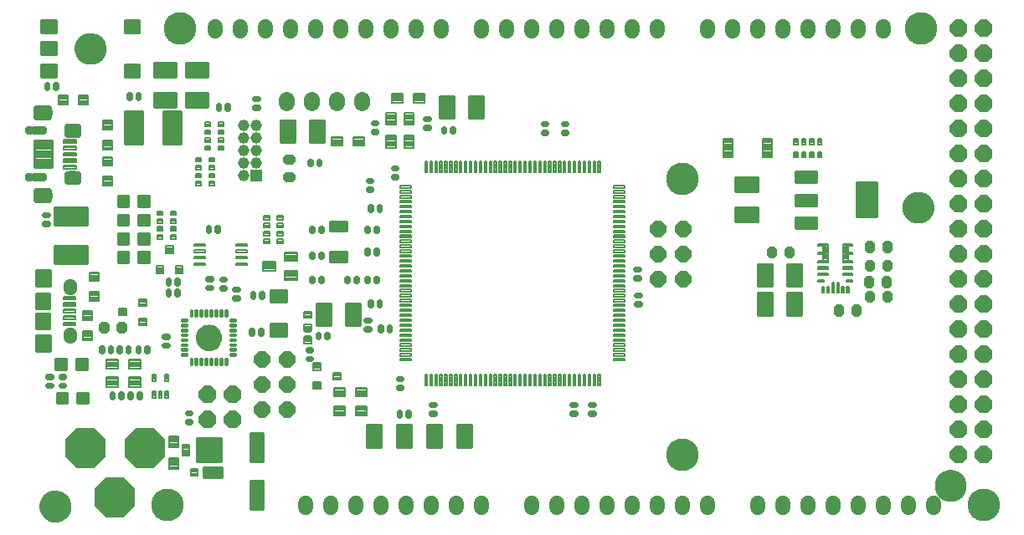
<source format=gbr>
G04 EAGLE Gerber RS-274X export*
G75*
%MOMM*%
%FSLAX34Y34*%
%LPD*%
%INSoldermask Top*%
%IPPOS*%
%AMOC8*
5,1,8,0,0,1.08239X$1,22.5*%
G01*
%ADD10C,3.301600*%
%ADD11P,1.787675X8X292.500000*%
%ADD12C,1.524000*%
%ADD13C,0.240253*%
%ADD14C,0.221272*%
%ADD15P,4.439531X8X202.500000*%
%ADD16P,4.439531X8X112.500000*%
%ADD17C,2.051600*%
%ADD18C,2.184400*%
%ADD19C,1.117600*%
%ADD20C,0.300237*%
%ADD21C,0.204469*%
%ADD22C,0.560831*%
%ADD23C,0.204544*%
%ADD24C,0.315334*%
%ADD25P,1.924489X8X292.500000*%
%ADD26C,0.204816*%
%ADD27C,0.216288*%
%ADD28C,0.224534*%
%ADD29C,0.322222*%
%ADD30C,0.198288*%
%ADD31C,0.820000*%
%ADD32C,0.207288*%
%ADD33C,0.208416*%
%ADD34C,0.255238*%
%ADD35C,0.201166*%
%ADD36C,0.200637*%
%ADD37C,1.358800*%
%ADD38C,0.294222*%
%ADD39C,1.371600*%
%ADD40C,0.616703*%
%ADD41C,0.544544*%
%ADD42C,0.951600*%
%ADD43C,0.324359*%
%ADD44P,1.787675X8X112.500000*%
%ADD45P,1.924489X8X202.500000*%
%ADD46C,0.343406*%
%ADD47C,0.198625*%
%ADD48C,0.207366*%
%ADD49R,1.158800X1.158800*%
%ADD50C,1.158800*%
%ADD51C,0.127000*%
%ADD52C,0.203463*%
%ADD53C,0.203200*%
%ADD54C,0.438150*%
%ADD55C,1.110994*%
%ADD56C,0.260094*%
%ADD57C,1.601600*%

G36*
X184125Y181933D02*
X184125Y181933D01*
X184168Y181945D01*
X184234Y181952D01*
X186372Y182525D01*
X186412Y182544D01*
X186476Y182563D01*
X188482Y183499D01*
X188519Y183524D01*
X188578Y183554D01*
X190391Y184824D01*
X190423Y184855D01*
X190476Y184895D01*
X192041Y186460D01*
X192067Y186497D01*
X192112Y186545D01*
X193382Y188358D01*
X193395Y188387D01*
X193413Y188408D01*
X193419Y188426D01*
X193437Y188454D01*
X194373Y190460D01*
X194384Y190503D01*
X194411Y190564D01*
X194984Y192703D01*
X194987Y192747D01*
X195003Y192811D01*
X195196Y195017D01*
X195192Y195061D01*
X195196Y195127D01*
X195003Y197333D01*
X194991Y197376D01*
X194984Y197442D01*
X194411Y199580D01*
X194392Y199620D01*
X194373Y199684D01*
X193437Y201690D01*
X193417Y201719D01*
X193409Y201738D01*
X193402Y201746D01*
X193382Y201786D01*
X192112Y203599D01*
X192081Y203631D01*
X192041Y203684D01*
X190476Y205249D01*
X190439Y205275D01*
X190391Y205320D01*
X188578Y206590D01*
X188537Y206609D01*
X188482Y206645D01*
X186476Y207581D01*
X186433Y207592D01*
X186372Y207619D01*
X184234Y208192D01*
X184189Y208195D01*
X184125Y208211D01*
X181919Y208404D01*
X181875Y208400D01*
X181809Y208404D01*
X179603Y208211D01*
X179560Y208199D01*
X179495Y208192D01*
X177356Y207619D01*
X177316Y207600D01*
X177252Y207581D01*
X175246Y206645D01*
X175209Y206620D01*
X175150Y206590D01*
X173337Y205320D01*
X173305Y205289D01*
X173252Y205249D01*
X171687Y203684D01*
X171661Y203647D01*
X171616Y203599D01*
X170346Y201786D01*
X170327Y201745D01*
X170308Y201716D01*
X170300Y201706D01*
X170298Y201701D01*
X170291Y201690D01*
X169355Y199684D01*
X169344Y199641D01*
X169317Y199580D01*
X168744Y197442D01*
X168741Y197397D01*
X168725Y197333D01*
X168532Y195127D01*
X168536Y195083D01*
X168532Y195017D01*
X168725Y192811D01*
X168737Y192768D01*
X168744Y192703D01*
X169317Y190564D01*
X169336Y190524D01*
X169355Y190460D01*
X170291Y188454D01*
X170316Y188417D01*
X170323Y188405D01*
X170334Y188376D01*
X170340Y188370D01*
X170346Y188358D01*
X171616Y186545D01*
X171647Y186513D01*
X171687Y186460D01*
X173252Y184895D01*
X173289Y184869D01*
X173337Y184824D01*
X175150Y183554D01*
X175191Y183535D01*
X175246Y183499D01*
X177252Y182563D01*
X177295Y182552D01*
X177356Y182525D01*
X179495Y181952D01*
X179539Y181949D01*
X179603Y181933D01*
X181809Y181740D01*
X181853Y181744D01*
X181919Y181740D01*
X184125Y181933D01*
G37*
D10*
X965200Y25400D03*
X152400Y508000D03*
X901700Y508000D03*
X139700Y25400D03*
X660400Y355600D03*
X660400Y76200D03*
D11*
X636270Y304800D03*
X661670Y304800D03*
X636270Y279400D03*
X661670Y279400D03*
X636270Y254000D03*
X661670Y254000D03*
D12*
X635000Y506222D02*
X635000Y509778D01*
X609600Y509778D02*
X609600Y506222D01*
X584200Y506222D02*
X584200Y509778D01*
X558800Y509778D02*
X558800Y506222D01*
X533400Y506222D02*
X533400Y509778D01*
X508000Y509778D02*
X508000Y506222D01*
X482600Y506222D02*
X482600Y509778D01*
X457200Y509778D02*
X457200Y506222D01*
X416560Y506222D02*
X416560Y509778D01*
X391160Y509778D02*
X391160Y506222D01*
X365760Y506222D02*
X365760Y509778D01*
X340360Y509778D02*
X340360Y506222D01*
X314960Y506222D02*
X314960Y509778D01*
X289560Y509778D02*
X289560Y506222D01*
X264160Y506222D02*
X264160Y509778D01*
X238760Y509778D02*
X238760Y506222D01*
X213360Y506222D02*
X213360Y509778D01*
X187960Y509778D02*
X187960Y506222D01*
D13*
X224071Y50251D02*
X224071Y21637D01*
X224071Y50251D02*
X236685Y50251D01*
X236685Y21637D01*
X224071Y21637D01*
X224071Y23920D02*
X236685Y23920D01*
X236685Y26203D02*
X224071Y26203D01*
X224071Y28486D02*
X236685Y28486D01*
X236685Y30769D02*
X224071Y30769D01*
X224071Y33052D02*
X236685Y33052D01*
X236685Y35335D02*
X224071Y35335D01*
X224071Y37618D02*
X236685Y37618D01*
X236685Y39901D02*
X224071Y39901D01*
X224071Y42184D02*
X236685Y42184D01*
X236685Y44467D02*
X224071Y44467D01*
X224071Y46750D02*
X236685Y46750D01*
X236685Y49033D02*
X224071Y49033D01*
X224071Y69637D02*
X224071Y98251D01*
X236685Y98251D01*
X236685Y69637D01*
X224071Y69637D01*
X224071Y71920D02*
X236685Y71920D01*
X236685Y74203D02*
X224071Y74203D01*
X224071Y76486D02*
X236685Y76486D01*
X236685Y78769D02*
X224071Y78769D01*
X224071Y81052D02*
X236685Y81052D01*
X236685Y83335D02*
X224071Y83335D01*
X224071Y85618D02*
X236685Y85618D01*
X236685Y87901D02*
X224071Y87901D01*
X224071Y90184D02*
X236685Y90184D01*
X236685Y92467D02*
X224071Y92467D01*
X224071Y94750D02*
X236685Y94750D01*
X236685Y97033D02*
X224071Y97033D01*
D14*
X121312Y271458D02*
X121312Y282262D01*
X121312Y271458D02*
X110508Y271458D01*
X110508Y282262D01*
X121312Y282262D01*
X121312Y273560D02*
X110508Y273560D01*
X110508Y275662D02*
X121312Y275662D01*
X121312Y277764D02*
X110508Y277764D01*
X110508Y279866D02*
X121312Y279866D01*
X121312Y281968D02*
X110508Y281968D01*
X100312Y282262D02*
X100312Y271458D01*
X89508Y271458D01*
X89508Y282262D01*
X100312Y282262D01*
X100312Y273560D02*
X89508Y273560D01*
X89508Y275662D02*
X100312Y275662D01*
X100312Y277764D02*
X89508Y277764D01*
X89508Y279866D02*
X100312Y279866D01*
X100312Y281968D02*
X89508Y281968D01*
D15*
X86868Y33020D03*
D16*
X116840Y83058D03*
X56896Y83058D03*
D17*
X94488Y33020D03*
X79248Y33020D03*
X56896Y75438D03*
X56896Y90678D03*
X116840Y75438D03*
X116840Y90678D03*
D18*
X894160Y326804D02*
X894162Y326945D01*
X894168Y327086D01*
X894178Y327226D01*
X894192Y327366D01*
X894210Y327506D01*
X894231Y327645D01*
X894257Y327784D01*
X894286Y327922D01*
X894320Y328058D01*
X894357Y328194D01*
X894398Y328329D01*
X894443Y328463D01*
X894492Y328595D01*
X894544Y328726D01*
X894600Y328855D01*
X894660Y328982D01*
X894723Y329108D01*
X894789Y329232D01*
X894860Y329355D01*
X894933Y329475D01*
X895010Y329593D01*
X895090Y329709D01*
X895174Y329822D01*
X895260Y329933D01*
X895350Y330042D01*
X895443Y330148D01*
X895538Y330251D01*
X895637Y330352D01*
X895738Y330450D01*
X895842Y330545D01*
X895949Y330637D01*
X896058Y330726D01*
X896170Y330811D01*
X896284Y330894D01*
X896400Y330974D01*
X896519Y331050D01*
X896640Y331122D01*
X896762Y331192D01*
X896887Y331257D01*
X897013Y331320D01*
X897141Y331378D01*
X897271Y331433D01*
X897402Y331485D01*
X897535Y331532D01*
X897669Y331576D01*
X897804Y331617D01*
X897940Y331653D01*
X898077Y331685D01*
X898215Y331714D01*
X898353Y331739D01*
X898493Y331759D01*
X898633Y331776D01*
X898773Y331789D01*
X898914Y331798D01*
X899054Y331803D01*
X899195Y331804D01*
X899336Y331801D01*
X899477Y331794D01*
X899617Y331783D01*
X899757Y331768D01*
X899897Y331749D01*
X900036Y331727D01*
X900174Y331700D01*
X900312Y331670D01*
X900448Y331635D01*
X900584Y331597D01*
X900718Y331555D01*
X900852Y331509D01*
X900984Y331460D01*
X901114Y331406D01*
X901243Y331349D01*
X901370Y331289D01*
X901496Y331225D01*
X901619Y331157D01*
X901741Y331086D01*
X901861Y331012D01*
X901978Y330934D01*
X902093Y330853D01*
X902206Y330769D01*
X902317Y330682D01*
X902425Y330591D01*
X902530Y330498D01*
X902633Y330401D01*
X902733Y330302D01*
X902830Y330200D01*
X902924Y330095D01*
X903015Y329988D01*
X903103Y329878D01*
X903188Y329766D01*
X903270Y329651D01*
X903349Y329534D01*
X903424Y329415D01*
X903496Y329294D01*
X903564Y329171D01*
X903629Y329046D01*
X903691Y328919D01*
X903748Y328790D01*
X903803Y328660D01*
X903853Y328529D01*
X903900Y328396D01*
X903943Y328262D01*
X903982Y328126D01*
X904017Y327990D01*
X904049Y327853D01*
X904076Y327715D01*
X904100Y327576D01*
X904120Y327436D01*
X904136Y327296D01*
X904148Y327156D01*
X904156Y327015D01*
X904160Y326874D01*
X904160Y326734D01*
X904156Y326593D01*
X904148Y326452D01*
X904136Y326312D01*
X904120Y326172D01*
X904100Y326032D01*
X904076Y325893D01*
X904049Y325755D01*
X904017Y325618D01*
X903982Y325482D01*
X903943Y325346D01*
X903900Y325212D01*
X903853Y325079D01*
X903803Y324948D01*
X903748Y324818D01*
X903691Y324689D01*
X903629Y324562D01*
X903564Y324437D01*
X903496Y324314D01*
X903424Y324193D01*
X903349Y324074D01*
X903270Y323957D01*
X903188Y323842D01*
X903103Y323730D01*
X903015Y323620D01*
X902924Y323513D01*
X902830Y323408D01*
X902733Y323306D01*
X902633Y323207D01*
X902530Y323110D01*
X902425Y323017D01*
X902317Y322926D01*
X902206Y322839D01*
X902093Y322755D01*
X901978Y322674D01*
X901861Y322596D01*
X901741Y322522D01*
X901619Y322451D01*
X901496Y322383D01*
X901370Y322319D01*
X901243Y322259D01*
X901114Y322202D01*
X900984Y322148D01*
X900852Y322099D01*
X900718Y322053D01*
X900584Y322011D01*
X900448Y321973D01*
X900312Y321938D01*
X900174Y321908D01*
X900036Y321881D01*
X899897Y321859D01*
X899757Y321840D01*
X899617Y321825D01*
X899477Y321814D01*
X899336Y321807D01*
X899195Y321804D01*
X899054Y321805D01*
X898914Y321810D01*
X898773Y321819D01*
X898633Y321832D01*
X898493Y321849D01*
X898353Y321869D01*
X898215Y321894D01*
X898077Y321923D01*
X897940Y321955D01*
X897804Y321991D01*
X897669Y322032D01*
X897535Y322076D01*
X897402Y322123D01*
X897271Y322175D01*
X897141Y322230D01*
X897013Y322288D01*
X896887Y322351D01*
X896762Y322416D01*
X896640Y322486D01*
X896519Y322558D01*
X896400Y322634D01*
X896284Y322714D01*
X896170Y322797D01*
X896058Y322882D01*
X895949Y322971D01*
X895842Y323063D01*
X895738Y323158D01*
X895637Y323256D01*
X895538Y323357D01*
X895443Y323460D01*
X895350Y323566D01*
X895260Y323675D01*
X895174Y323786D01*
X895090Y323899D01*
X895010Y324015D01*
X894933Y324133D01*
X894860Y324253D01*
X894789Y324376D01*
X894723Y324500D01*
X894660Y324626D01*
X894600Y324753D01*
X894544Y324882D01*
X894492Y325013D01*
X894443Y325145D01*
X894398Y325279D01*
X894357Y325414D01*
X894320Y325550D01*
X894286Y325686D01*
X894257Y325824D01*
X894231Y325963D01*
X894210Y326102D01*
X894192Y326242D01*
X894178Y326382D01*
X894168Y326522D01*
X894162Y326663D01*
X894160Y326804D01*
D19*
X899160Y326804D03*
D18*
X21670Y24130D02*
X21672Y24271D01*
X21678Y24412D01*
X21688Y24552D01*
X21702Y24692D01*
X21720Y24832D01*
X21741Y24971D01*
X21767Y25110D01*
X21796Y25248D01*
X21830Y25384D01*
X21867Y25520D01*
X21908Y25655D01*
X21953Y25789D01*
X22002Y25921D01*
X22054Y26052D01*
X22110Y26181D01*
X22170Y26308D01*
X22233Y26434D01*
X22299Y26558D01*
X22370Y26681D01*
X22443Y26801D01*
X22520Y26919D01*
X22600Y27035D01*
X22684Y27148D01*
X22770Y27259D01*
X22860Y27368D01*
X22953Y27474D01*
X23048Y27577D01*
X23147Y27678D01*
X23248Y27776D01*
X23352Y27871D01*
X23459Y27963D01*
X23568Y28052D01*
X23680Y28137D01*
X23794Y28220D01*
X23910Y28300D01*
X24029Y28376D01*
X24150Y28448D01*
X24272Y28518D01*
X24397Y28583D01*
X24523Y28646D01*
X24651Y28704D01*
X24781Y28759D01*
X24912Y28811D01*
X25045Y28858D01*
X25179Y28902D01*
X25314Y28943D01*
X25450Y28979D01*
X25587Y29011D01*
X25725Y29040D01*
X25863Y29065D01*
X26003Y29085D01*
X26143Y29102D01*
X26283Y29115D01*
X26424Y29124D01*
X26564Y29129D01*
X26705Y29130D01*
X26846Y29127D01*
X26987Y29120D01*
X27127Y29109D01*
X27267Y29094D01*
X27407Y29075D01*
X27546Y29053D01*
X27684Y29026D01*
X27822Y28996D01*
X27958Y28961D01*
X28094Y28923D01*
X28228Y28881D01*
X28362Y28835D01*
X28494Y28786D01*
X28624Y28732D01*
X28753Y28675D01*
X28880Y28615D01*
X29006Y28551D01*
X29129Y28483D01*
X29251Y28412D01*
X29371Y28338D01*
X29488Y28260D01*
X29603Y28179D01*
X29716Y28095D01*
X29827Y28008D01*
X29935Y27917D01*
X30040Y27824D01*
X30143Y27727D01*
X30243Y27628D01*
X30340Y27526D01*
X30434Y27421D01*
X30525Y27314D01*
X30613Y27204D01*
X30698Y27092D01*
X30780Y26977D01*
X30859Y26860D01*
X30934Y26741D01*
X31006Y26620D01*
X31074Y26497D01*
X31139Y26372D01*
X31201Y26245D01*
X31258Y26116D01*
X31313Y25986D01*
X31363Y25855D01*
X31410Y25722D01*
X31453Y25588D01*
X31492Y25452D01*
X31527Y25316D01*
X31559Y25179D01*
X31586Y25041D01*
X31610Y24902D01*
X31630Y24762D01*
X31646Y24622D01*
X31658Y24482D01*
X31666Y24341D01*
X31670Y24200D01*
X31670Y24060D01*
X31666Y23919D01*
X31658Y23778D01*
X31646Y23638D01*
X31630Y23498D01*
X31610Y23358D01*
X31586Y23219D01*
X31559Y23081D01*
X31527Y22944D01*
X31492Y22808D01*
X31453Y22672D01*
X31410Y22538D01*
X31363Y22405D01*
X31313Y22274D01*
X31258Y22144D01*
X31201Y22015D01*
X31139Y21888D01*
X31074Y21763D01*
X31006Y21640D01*
X30934Y21519D01*
X30859Y21400D01*
X30780Y21283D01*
X30698Y21168D01*
X30613Y21056D01*
X30525Y20946D01*
X30434Y20839D01*
X30340Y20734D01*
X30243Y20632D01*
X30143Y20533D01*
X30040Y20436D01*
X29935Y20343D01*
X29827Y20252D01*
X29716Y20165D01*
X29603Y20081D01*
X29488Y20000D01*
X29371Y19922D01*
X29251Y19848D01*
X29129Y19777D01*
X29006Y19709D01*
X28880Y19645D01*
X28753Y19585D01*
X28624Y19528D01*
X28494Y19474D01*
X28362Y19425D01*
X28228Y19379D01*
X28094Y19337D01*
X27958Y19299D01*
X27822Y19264D01*
X27684Y19234D01*
X27546Y19207D01*
X27407Y19185D01*
X27267Y19166D01*
X27127Y19151D01*
X26987Y19140D01*
X26846Y19133D01*
X26705Y19130D01*
X26564Y19131D01*
X26424Y19136D01*
X26283Y19145D01*
X26143Y19158D01*
X26003Y19175D01*
X25863Y19195D01*
X25725Y19220D01*
X25587Y19249D01*
X25450Y19281D01*
X25314Y19317D01*
X25179Y19358D01*
X25045Y19402D01*
X24912Y19449D01*
X24781Y19501D01*
X24651Y19556D01*
X24523Y19614D01*
X24397Y19677D01*
X24272Y19742D01*
X24150Y19812D01*
X24029Y19884D01*
X23910Y19960D01*
X23794Y20040D01*
X23680Y20123D01*
X23568Y20208D01*
X23459Y20297D01*
X23352Y20389D01*
X23248Y20484D01*
X23147Y20582D01*
X23048Y20683D01*
X22953Y20786D01*
X22860Y20892D01*
X22770Y21001D01*
X22684Y21112D01*
X22600Y21225D01*
X22520Y21341D01*
X22443Y21459D01*
X22370Y21579D01*
X22299Y21702D01*
X22233Y21826D01*
X22170Y21952D01*
X22110Y22079D01*
X22054Y22208D01*
X22002Y22339D01*
X21953Y22471D01*
X21908Y22605D01*
X21867Y22740D01*
X21830Y22876D01*
X21796Y23012D01*
X21767Y23150D01*
X21741Y23289D01*
X21720Y23428D01*
X21702Y23568D01*
X21688Y23708D01*
X21678Y23848D01*
X21672Y23989D01*
X21670Y24130D01*
D19*
X26670Y24130D03*
D18*
X57230Y487680D02*
X57232Y487821D01*
X57238Y487962D01*
X57248Y488102D01*
X57262Y488242D01*
X57280Y488382D01*
X57301Y488521D01*
X57327Y488660D01*
X57356Y488798D01*
X57390Y488934D01*
X57427Y489070D01*
X57468Y489205D01*
X57513Y489339D01*
X57562Y489471D01*
X57614Y489602D01*
X57670Y489731D01*
X57730Y489858D01*
X57793Y489984D01*
X57859Y490108D01*
X57930Y490231D01*
X58003Y490351D01*
X58080Y490469D01*
X58160Y490585D01*
X58244Y490698D01*
X58330Y490809D01*
X58420Y490918D01*
X58513Y491024D01*
X58608Y491127D01*
X58707Y491228D01*
X58808Y491326D01*
X58912Y491421D01*
X59019Y491513D01*
X59128Y491602D01*
X59240Y491687D01*
X59354Y491770D01*
X59470Y491850D01*
X59589Y491926D01*
X59710Y491998D01*
X59832Y492068D01*
X59957Y492133D01*
X60083Y492196D01*
X60211Y492254D01*
X60341Y492309D01*
X60472Y492361D01*
X60605Y492408D01*
X60739Y492452D01*
X60874Y492493D01*
X61010Y492529D01*
X61147Y492561D01*
X61285Y492590D01*
X61423Y492615D01*
X61563Y492635D01*
X61703Y492652D01*
X61843Y492665D01*
X61984Y492674D01*
X62124Y492679D01*
X62265Y492680D01*
X62406Y492677D01*
X62547Y492670D01*
X62687Y492659D01*
X62827Y492644D01*
X62967Y492625D01*
X63106Y492603D01*
X63244Y492576D01*
X63382Y492546D01*
X63518Y492511D01*
X63654Y492473D01*
X63788Y492431D01*
X63922Y492385D01*
X64054Y492336D01*
X64184Y492282D01*
X64313Y492225D01*
X64440Y492165D01*
X64566Y492101D01*
X64689Y492033D01*
X64811Y491962D01*
X64931Y491888D01*
X65048Y491810D01*
X65163Y491729D01*
X65276Y491645D01*
X65387Y491558D01*
X65495Y491467D01*
X65600Y491374D01*
X65703Y491277D01*
X65803Y491178D01*
X65900Y491076D01*
X65994Y490971D01*
X66085Y490864D01*
X66173Y490754D01*
X66258Y490642D01*
X66340Y490527D01*
X66419Y490410D01*
X66494Y490291D01*
X66566Y490170D01*
X66634Y490047D01*
X66699Y489922D01*
X66761Y489795D01*
X66818Y489666D01*
X66873Y489536D01*
X66923Y489405D01*
X66970Y489272D01*
X67013Y489138D01*
X67052Y489002D01*
X67087Y488866D01*
X67119Y488729D01*
X67146Y488591D01*
X67170Y488452D01*
X67190Y488312D01*
X67206Y488172D01*
X67218Y488032D01*
X67226Y487891D01*
X67230Y487750D01*
X67230Y487610D01*
X67226Y487469D01*
X67218Y487328D01*
X67206Y487188D01*
X67190Y487048D01*
X67170Y486908D01*
X67146Y486769D01*
X67119Y486631D01*
X67087Y486494D01*
X67052Y486358D01*
X67013Y486222D01*
X66970Y486088D01*
X66923Y485955D01*
X66873Y485824D01*
X66818Y485694D01*
X66761Y485565D01*
X66699Y485438D01*
X66634Y485313D01*
X66566Y485190D01*
X66494Y485069D01*
X66419Y484950D01*
X66340Y484833D01*
X66258Y484718D01*
X66173Y484606D01*
X66085Y484496D01*
X65994Y484389D01*
X65900Y484284D01*
X65803Y484182D01*
X65703Y484083D01*
X65600Y483986D01*
X65495Y483893D01*
X65387Y483802D01*
X65276Y483715D01*
X65163Y483631D01*
X65048Y483550D01*
X64931Y483472D01*
X64811Y483398D01*
X64689Y483327D01*
X64566Y483259D01*
X64440Y483195D01*
X64313Y483135D01*
X64184Y483078D01*
X64054Y483024D01*
X63922Y482975D01*
X63788Y482929D01*
X63654Y482887D01*
X63518Y482849D01*
X63382Y482814D01*
X63244Y482784D01*
X63106Y482757D01*
X62967Y482735D01*
X62827Y482716D01*
X62687Y482701D01*
X62547Y482690D01*
X62406Y482683D01*
X62265Y482680D01*
X62124Y482681D01*
X61984Y482686D01*
X61843Y482695D01*
X61703Y482708D01*
X61563Y482725D01*
X61423Y482745D01*
X61285Y482770D01*
X61147Y482799D01*
X61010Y482831D01*
X60874Y482867D01*
X60739Y482908D01*
X60605Y482952D01*
X60472Y482999D01*
X60341Y483051D01*
X60211Y483106D01*
X60083Y483164D01*
X59957Y483227D01*
X59832Y483292D01*
X59710Y483362D01*
X59589Y483434D01*
X59470Y483510D01*
X59354Y483590D01*
X59240Y483673D01*
X59128Y483758D01*
X59019Y483847D01*
X58912Y483939D01*
X58808Y484034D01*
X58707Y484132D01*
X58608Y484233D01*
X58513Y484336D01*
X58420Y484442D01*
X58330Y484551D01*
X58244Y484662D01*
X58160Y484775D01*
X58080Y484891D01*
X58003Y485009D01*
X57930Y485129D01*
X57859Y485252D01*
X57793Y485376D01*
X57730Y485502D01*
X57670Y485629D01*
X57614Y485758D01*
X57562Y485889D01*
X57513Y486021D01*
X57468Y486155D01*
X57427Y486290D01*
X57390Y486426D01*
X57356Y486562D01*
X57327Y486700D01*
X57301Y486839D01*
X57280Y486978D01*
X57262Y487118D01*
X57248Y487258D01*
X57238Y487398D01*
X57232Y487539D01*
X57230Y487680D01*
D19*
X62230Y487680D03*
D12*
X279400Y27178D02*
X279400Y23622D01*
X304800Y23622D02*
X304800Y27178D01*
X330200Y27178D02*
X330200Y23622D01*
X355600Y23622D02*
X355600Y27178D01*
X381000Y27178D02*
X381000Y23622D01*
X406400Y23622D02*
X406400Y27178D01*
X431800Y27178D02*
X431800Y23622D01*
X457200Y23622D02*
X457200Y27178D01*
X508000Y27178D02*
X508000Y23622D01*
X533400Y23622D02*
X533400Y27178D01*
X558800Y27178D02*
X558800Y23622D01*
X584200Y23622D02*
X584200Y27178D01*
X609600Y27178D02*
X609600Y23622D01*
X635000Y23622D02*
X635000Y27178D01*
X660400Y27178D02*
X660400Y23622D01*
X685800Y23622D02*
X685800Y27178D01*
X685800Y506222D02*
X685800Y509778D01*
X711200Y509778D02*
X711200Y506222D01*
X736600Y506222D02*
X736600Y509778D01*
X762000Y509778D02*
X762000Y506222D01*
X787400Y506222D02*
X787400Y509778D01*
X812800Y509778D02*
X812800Y506222D01*
X838200Y506222D02*
X838200Y509778D01*
X863600Y509778D02*
X863600Y506222D01*
X736600Y27178D02*
X736600Y23622D01*
X762000Y23622D02*
X762000Y27178D01*
X787400Y27178D02*
X787400Y23622D01*
X812800Y23622D02*
X812800Y27178D01*
X838200Y27178D02*
X838200Y23622D01*
X863600Y23622D02*
X863600Y27178D01*
X889000Y27178D02*
X889000Y23622D01*
X914400Y23622D02*
X914400Y27178D01*
D14*
X121312Y327846D02*
X121312Y338650D01*
X121312Y327846D02*
X110508Y327846D01*
X110508Y338650D01*
X121312Y338650D01*
X121312Y329948D02*
X110508Y329948D01*
X110508Y332050D02*
X121312Y332050D01*
X121312Y334152D02*
X110508Y334152D01*
X110508Y336254D02*
X121312Y336254D01*
X121312Y338356D02*
X110508Y338356D01*
X100312Y338650D02*
X100312Y327846D01*
X89508Y327846D01*
X89508Y338650D01*
X100312Y338650D01*
X100312Y329948D02*
X89508Y329948D01*
X89508Y332050D02*
X100312Y332050D01*
X100312Y334152D02*
X89508Y334152D01*
X89508Y336254D02*
X100312Y336254D01*
X100312Y338356D02*
X89508Y338356D01*
X121312Y319854D02*
X121312Y309050D01*
X110508Y309050D01*
X110508Y319854D01*
X121312Y319854D01*
X121312Y311152D02*
X110508Y311152D01*
X110508Y313254D02*
X121312Y313254D01*
X121312Y315356D02*
X110508Y315356D01*
X110508Y317458D02*
X121312Y317458D01*
X121312Y319560D02*
X110508Y319560D01*
X100312Y319854D02*
X100312Y309050D01*
X89508Y309050D01*
X89508Y319854D01*
X100312Y319854D01*
X100312Y311152D02*
X89508Y311152D01*
X89508Y313254D02*
X100312Y313254D01*
X100312Y315356D02*
X89508Y315356D01*
X89508Y317458D02*
X100312Y317458D01*
X100312Y319560D02*
X89508Y319560D01*
D20*
X136469Y423931D02*
X153483Y423931D01*
X153483Y391917D01*
X136469Y391917D01*
X136469Y423931D01*
X136469Y394769D02*
X153483Y394769D01*
X153483Y397621D02*
X136469Y397621D01*
X136469Y400473D02*
X153483Y400473D01*
X153483Y403325D02*
X136469Y403325D01*
X136469Y406177D02*
X153483Y406177D01*
X153483Y409029D02*
X136469Y409029D01*
X136469Y411881D02*
X153483Y411881D01*
X153483Y414733D02*
X136469Y414733D01*
X136469Y417585D02*
X153483Y417585D01*
X153483Y420437D02*
X136469Y420437D01*
X136469Y423289D02*
X153483Y423289D01*
X114483Y423931D02*
X97469Y423931D01*
X114483Y423931D02*
X114483Y391917D01*
X97469Y391917D01*
X97469Y423931D01*
X97469Y394769D02*
X114483Y394769D01*
X114483Y397621D02*
X97469Y397621D01*
X97469Y400473D02*
X114483Y400473D01*
X114483Y403325D02*
X97469Y403325D01*
X97469Y406177D02*
X114483Y406177D01*
X114483Y409029D02*
X97469Y409029D01*
X97469Y411881D02*
X114483Y411881D01*
X114483Y414733D02*
X97469Y414733D01*
X97469Y417585D02*
X114483Y417585D01*
X114483Y420437D02*
X97469Y420437D01*
X97469Y423289D02*
X114483Y423289D01*
D14*
X121312Y301058D02*
X121312Y290254D01*
X110508Y290254D01*
X110508Y301058D01*
X121312Y301058D01*
X121312Y292356D02*
X110508Y292356D01*
X110508Y294458D02*
X121312Y294458D01*
X121312Y296560D02*
X110508Y296560D01*
X110508Y298662D02*
X121312Y298662D01*
X121312Y300764D02*
X110508Y300764D01*
X100312Y301058D02*
X100312Y290254D01*
X89508Y290254D01*
X89508Y301058D01*
X100312Y301058D01*
X100312Y292356D02*
X89508Y292356D01*
X89508Y294458D02*
X100312Y294458D01*
X100312Y296560D02*
X89508Y296560D01*
X89508Y298662D02*
X100312Y298662D01*
X100312Y300764D02*
X89508Y300764D01*
D21*
X138563Y288157D02*
X145409Y288157D01*
X145409Y280295D01*
X138563Y280295D01*
X138563Y288157D01*
X138563Y282238D02*
X145409Y282238D01*
X145409Y284181D02*
X138563Y284181D01*
X138563Y286124D02*
X145409Y286124D01*
X145409Y288067D02*
X138563Y288067D01*
X148215Y267837D02*
X155061Y267837D01*
X155061Y259975D01*
X148215Y259975D01*
X148215Y267837D01*
X148215Y261918D02*
X155061Y261918D01*
X155061Y263861D02*
X148215Y263861D01*
X148215Y265804D02*
X155061Y265804D01*
X155061Y267747D02*
X148215Y267747D01*
X135757Y267837D02*
X128911Y267837D01*
X135757Y267837D02*
X135757Y259975D01*
X128911Y259975D01*
X128911Y267837D01*
X128911Y261918D02*
X135757Y261918D01*
X135757Y263861D02*
X128911Y263861D01*
X128911Y265804D02*
X135757Y265804D01*
X135757Y267747D02*
X128911Y267747D01*
D22*
X189875Y306568D02*
X190363Y306568D01*
X190363Y303540D01*
X189875Y303540D01*
X189875Y306568D01*
X181473Y306568D02*
X180985Y306568D01*
X181473Y306568D02*
X181473Y303540D01*
X180985Y303540D01*
X180985Y306568D01*
X183632Y245989D02*
X183632Y245501D01*
X180604Y245501D01*
X180604Y245989D01*
X183632Y245989D01*
X183632Y254391D02*
X183632Y254879D01*
X183632Y254391D02*
X180604Y254391D01*
X180604Y254879D01*
X183632Y254879D01*
D23*
X237402Y314814D02*
X237402Y318786D01*
X242874Y318786D01*
X242874Y314814D01*
X237402Y314814D01*
X237402Y316757D02*
X242874Y316757D01*
X242874Y318700D02*
X237402Y318700D01*
X237402Y310786D02*
X237402Y306814D01*
X237402Y310786D02*
X242874Y310786D01*
X242874Y306814D01*
X237402Y306814D01*
X237402Y308757D02*
X242874Y308757D01*
X242874Y310700D02*
X237402Y310700D01*
X237402Y302786D02*
X237402Y298814D01*
X237402Y302786D02*
X242874Y302786D01*
X242874Y298814D01*
X237402Y298814D01*
X237402Y300757D02*
X242874Y300757D01*
X242874Y302700D02*
X237402Y302700D01*
X237402Y294786D02*
X237402Y290814D01*
X237402Y294786D02*
X242874Y294786D01*
X242874Y290814D01*
X237402Y290814D01*
X237402Y292757D02*
X242874Y292757D01*
X242874Y294700D02*
X237402Y294700D01*
X250902Y294786D02*
X250902Y290814D01*
X250902Y294786D02*
X256374Y294786D01*
X256374Y290814D01*
X250902Y290814D01*
X250902Y292757D02*
X256374Y292757D01*
X256374Y294700D02*
X250902Y294700D01*
X250902Y298814D02*
X250902Y302786D01*
X256374Y302786D01*
X256374Y298814D01*
X250902Y298814D01*
X250902Y300757D02*
X256374Y300757D01*
X256374Y302700D02*
X250902Y302700D01*
X250902Y306814D02*
X250902Y310786D01*
X256374Y310786D01*
X256374Y306814D01*
X250902Y306814D01*
X250902Y308757D02*
X256374Y308757D01*
X256374Y310700D02*
X250902Y310700D01*
X250902Y314814D02*
X250902Y318786D01*
X256374Y318786D01*
X256374Y314814D01*
X250902Y314814D01*
X250902Y316757D02*
X256374Y316757D01*
X256374Y318700D02*
X250902Y318700D01*
X129452Y319386D02*
X129452Y323358D01*
X134924Y323358D01*
X134924Y319386D01*
X129452Y319386D01*
X129452Y321329D02*
X134924Y321329D01*
X134924Y323272D02*
X129452Y323272D01*
X129452Y315358D02*
X129452Y311386D01*
X129452Y315358D02*
X134924Y315358D01*
X134924Y311386D01*
X129452Y311386D01*
X129452Y313329D02*
X134924Y313329D01*
X134924Y315272D02*
X129452Y315272D01*
X129452Y307358D02*
X129452Y303386D01*
X129452Y307358D02*
X134924Y307358D01*
X134924Y303386D01*
X129452Y303386D01*
X129452Y305329D02*
X134924Y305329D01*
X134924Y307272D02*
X129452Y307272D01*
X129452Y299358D02*
X129452Y295386D01*
X129452Y299358D02*
X134924Y299358D01*
X134924Y295386D01*
X129452Y295386D01*
X129452Y297329D02*
X134924Y297329D01*
X134924Y299272D02*
X129452Y299272D01*
X142952Y299358D02*
X142952Y295386D01*
X142952Y299358D02*
X148424Y299358D01*
X148424Y295386D01*
X142952Y295386D01*
X142952Y297329D02*
X148424Y297329D01*
X148424Y299272D02*
X142952Y299272D01*
X142952Y303386D02*
X142952Y307358D01*
X148424Y307358D01*
X148424Y303386D01*
X142952Y303386D01*
X142952Y305329D02*
X148424Y305329D01*
X148424Y307272D02*
X142952Y307272D01*
X142952Y311386D02*
X142952Y315358D01*
X148424Y315358D01*
X148424Y311386D01*
X142952Y311386D01*
X142952Y313329D02*
X148424Y313329D01*
X148424Y315272D02*
X142952Y315272D01*
X142952Y319386D02*
X142952Y323358D01*
X148424Y323358D01*
X148424Y319386D01*
X142952Y319386D01*
X142952Y321329D02*
X148424Y321329D01*
X148424Y323272D02*
X142952Y323272D01*
D18*
X926926Y44958D02*
X926928Y45099D01*
X926934Y45240D01*
X926944Y45380D01*
X926958Y45520D01*
X926976Y45660D01*
X926997Y45799D01*
X927023Y45938D01*
X927052Y46076D01*
X927086Y46212D01*
X927123Y46348D01*
X927164Y46483D01*
X927209Y46617D01*
X927258Y46749D01*
X927310Y46880D01*
X927366Y47009D01*
X927426Y47136D01*
X927489Y47262D01*
X927555Y47386D01*
X927626Y47509D01*
X927699Y47629D01*
X927776Y47747D01*
X927856Y47863D01*
X927940Y47976D01*
X928026Y48087D01*
X928116Y48196D01*
X928209Y48302D01*
X928304Y48405D01*
X928403Y48506D01*
X928504Y48604D01*
X928608Y48699D01*
X928715Y48791D01*
X928824Y48880D01*
X928936Y48965D01*
X929050Y49048D01*
X929166Y49128D01*
X929285Y49204D01*
X929406Y49276D01*
X929528Y49346D01*
X929653Y49411D01*
X929779Y49474D01*
X929907Y49532D01*
X930037Y49587D01*
X930168Y49639D01*
X930301Y49686D01*
X930435Y49730D01*
X930570Y49771D01*
X930706Y49807D01*
X930843Y49839D01*
X930981Y49868D01*
X931119Y49893D01*
X931259Y49913D01*
X931399Y49930D01*
X931539Y49943D01*
X931680Y49952D01*
X931820Y49957D01*
X931961Y49958D01*
X932102Y49955D01*
X932243Y49948D01*
X932383Y49937D01*
X932523Y49922D01*
X932663Y49903D01*
X932802Y49881D01*
X932940Y49854D01*
X933078Y49824D01*
X933214Y49789D01*
X933350Y49751D01*
X933484Y49709D01*
X933618Y49663D01*
X933750Y49614D01*
X933880Y49560D01*
X934009Y49503D01*
X934136Y49443D01*
X934262Y49379D01*
X934385Y49311D01*
X934507Y49240D01*
X934627Y49166D01*
X934744Y49088D01*
X934859Y49007D01*
X934972Y48923D01*
X935083Y48836D01*
X935191Y48745D01*
X935296Y48652D01*
X935399Y48555D01*
X935499Y48456D01*
X935596Y48354D01*
X935690Y48249D01*
X935781Y48142D01*
X935869Y48032D01*
X935954Y47920D01*
X936036Y47805D01*
X936115Y47688D01*
X936190Y47569D01*
X936262Y47448D01*
X936330Y47325D01*
X936395Y47200D01*
X936457Y47073D01*
X936514Y46944D01*
X936569Y46814D01*
X936619Y46683D01*
X936666Y46550D01*
X936709Y46416D01*
X936748Y46280D01*
X936783Y46144D01*
X936815Y46007D01*
X936842Y45869D01*
X936866Y45730D01*
X936886Y45590D01*
X936902Y45450D01*
X936914Y45310D01*
X936922Y45169D01*
X936926Y45028D01*
X936926Y44888D01*
X936922Y44747D01*
X936914Y44606D01*
X936902Y44466D01*
X936886Y44326D01*
X936866Y44186D01*
X936842Y44047D01*
X936815Y43909D01*
X936783Y43772D01*
X936748Y43636D01*
X936709Y43500D01*
X936666Y43366D01*
X936619Y43233D01*
X936569Y43102D01*
X936514Y42972D01*
X936457Y42843D01*
X936395Y42716D01*
X936330Y42591D01*
X936262Y42468D01*
X936190Y42347D01*
X936115Y42228D01*
X936036Y42111D01*
X935954Y41996D01*
X935869Y41884D01*
X935781Y41774D01*
X935690Y41667D01*
X935596Y41562D01*
X935499Y41460D01*
X935399Y41361D01*
X935296Y41264D01*
X935191Y41171D01*
X935083Y41080D01*
X934972Y40993D01*
X934859Y40909D01*
X934744Y40828D01*
X934627Y40750D01*
X934507Y40676D01*
X934385Y40605D01*
X934262Y40537D01*
X934136Y40473D01*
X934009Y40413D01*
X933880Y40356D01*
X933750Y40302D01*
X933618Y40253D01*
X933484Y40207D01*
X933350Y40165D01*
X933214Y40127D01*
X933078Y40092D01*
X932940Y40062D01*
X932802Y40035D01*
X932663Y40013D01*
X932523Y39994D01*
X932383Y39979D01*
X932243Y39968D01*
X932102Y39961D01*
X931961Y39958D01*
X931820Y39959D01*
X931680Y39964D01*
X931539Y39973D01*
X931399Y39986D01*
X931259Y40003D01*
X931119Y40023D01*
X930981Y40048D01*
X930843Y40077D01*
X930706Y40109D01*
X930570Y40145D01*
X930435Y40186D01*
X930301Y40230D01*
X930168Y40277D01*
X930037Y40329D01*
X929907Y40384D01*
X929779Y40442D01*
X929653Y40505D01*
X929528Y40570D01*
X929406Y40640D01*
X929285Y40712D01*
X929166Y40788D01*
X929050Y40868D01*
X928936Y40951D01*
X928824Y41036D01*
X928715Y41125D01*
X928608Y41217D01*
X928504Y41312D01*
X928403Y41410D01*
X928304Y41511D01*
X928209Y41614D01*
X928116Y41720D01*
X928026Y41829D01*
X927940Y41940D01*
X927856Y42053D01*
X927776Y42169D01*
X927699Y42287D01*
X927626Y42407D01*
X927555Y42530D01*
X927489Y42654D01*
X927426Y42780D01*
X927366Y42907D01*
X927310Y43036D01*
X927258Y43167D01*
X927209Y43299D01*
X927164Y43433D01*
X927123Y43568D01*
X927086Y43704D01*
X927052Y43840D01*
X927023Y43978D01*
X926997Y44117D01*
X926976Y44256D01*
X926958Y44396D01*
X926944Y44536D01*
X926934Y44676D01*
X926928Y44817D01*
X926926Y44958D01*
D19*
X931926Y44958D03*
D24*
X27162Y504248D02*
X13298Y504248D01*
X13298Y516112D01*
X27162Y516112D01*
X27162Y504248D01*
X27162Y507243D02*
X13298Y507243D01*
X13298Y510238D02*
X27162Y510238D01*
X27162Y513233D02*
X13298Y513233D01*
X97298Y504248D02*
X111162Y504248D01*
X97298Y504248D02*
X97298Y516112D01*
X111162Y516112D01*
X111162Y504248D01*
X111162Y507243D02*
X97298Y507243D01*
X97298Y510238D02*
X111162Y510238D01*
X111162Y513233D02*
X97298Y513233D01*
X27162Y459248D02*
X13298Y459248D01*
X13298Y471112D01*
X27162Y471112D01*
X27162Y459248D01*
X27162Y462243D02*
X13298Y462243D01*
X13298Y465238D02*
X27162Y465238D01*
X27162Y468233D02*
X13298Y468233D01*
X97298Y459248D02*
X111162Y459248D01*
X97298Y459248D02*
X97298Y471112D01*
X111162Y471112D01*
X111162Y459248D01*
X111162Y462243D02*
X97298Y462243D01*
X97298Y465238D02*
X111162Y465238D01*
X111162Y468233D02*
X97298Y468233D01*
X27162Y481748D02*
X13298Y481748D01*
X13298Y493612D01*
X27162Y493612D01*
X27162Y481748D01*
X27162Y484743D02*
X13298Y484743D01*
X13298Y487738D02*
X27162Y487738D01*
X27162Y490733D02*
X13298Y490733D01*
D23*
X196938Y389274D02*
X196938Y385302D01*
X191466Y385302D01*
X191466Y389274D01*
X196938Y389274D01*
X196938Y387245D02*
X191466Y387245D01*
X191466Y389188D02*
X196938Y389188D01*
X196938Y393302D02*
X196938Y397274D01*
X196938Y393302D02*
X191466Y393302D01*
X191466Y397274D01*
X196938Y397274D01*
X196938Y395245D02*
X191466Y395245D01*
X191466Y397188D02*
X196938Y397188D01*
X196938Y401302D02*
X196938Y405274D01*
X196938Y401302D02*
X191466Y401302D01*
X191466Y405274D01*
X196938Y405274D01*
X196938Y403245D02*
X191466Y403245D01*
X191466Y405188D02*
X196938Y405188D01*
X196938Y409302D02*
X196938Y413274D01*
X196938Y409302D02*
X191466Y409302D01*
X191466Y413274D01*
X196938Y413274D01*
X196938Y411245D02*
X191466Y411245D01*
X191466Y413188D02*
X196938Y413188D01*
X183438Y413274D02*
X183438Y409302D01*
X177966Y409302D01*
X177966Y413274D01*
X183438Y413274D01*
X183438Y411245D02*
X177966Y411245D01*
X177966Y413188D02*
X183438Y413188D01*
X183438Y405274D02*
X183438Y401302D01*
X177966Y401302D01*
X177966Y405274D01*
X183438Y405274D01*
X183438Y403245D02*
X177966Y403245D01*
X177966Y405188D02*
X183438Y405188D01*
X183438Y397274D02*
X183438Y393302D01*
X177966Y393302D01*
X177966Y397274D01*
X183438Y397274D01*
X183438Y395245D02*
X177966Y395245D01*
X177966Y397188D02*
X183438Y397188D01*
X183438Y389274D02*
X183438Y385302D01*
X177966Y385302D01*
X177966Y389274D01*
X183438Y389274D01*
X183438Y387245D02*
X177966Y387245D01*
X177966Y389188D02*
X183438Y389188D01*
D25*
X939800Y508000D03*
X965200Y508000D03*
X939800Y482600D03*
X965200Y482600D03*
X939800Y457200D03*
X965200Y457200D03*
X939800Y431800D03*
X965200Y431800D03*
X939800Y406400D03*
X965200Y406400D03*
X939800Y381000D03*
X965200Y381000D03*
X939800Y355600D03*
X965200Y355600D03*
X939800Y330200D03*
X965200Y330200D03*
X939800Y304800D03*
X965200Y304800D03*
X939800Y279400D03*
X965200Y279400D03*
X939800Y254000D03*
X965200Y254000D03*
X939800Y228600D03*
X965200Y228600D03*
X939800Y203200D03*
X965200Y203200D03*
X939800Y177800D03*
X965200Y177800D03*
X939800Y152400D03*
X965200Y152400D03*
X939800Y127000D03*
X965200Y127000D03*
X939800Y101600D03*
X965200Y101600D03*
X939800Y76200D03*
X965200Y76200D03*
D26*
X220162Y268656D02*
X220162Y270624D01*
X220162Y268656D02*
X209194Y268656D01*
X209194Y270624D01*
X220162Y270624D01*
X220162Y270602D02*
X209194Y270602D01*
X220162Y275156D02*
X220162Y277124D01*
X220162Y275156D02*
X209194Y275156D01*
X209194Y277124D01*
X220162Y277124D01*
X220162Y277102D02*
X209194Y277102D01*
X220162Y281656D02*
X220162Y283624D01*
X220162Y281656D02*
X209194Y281656D01*
X209194Y283624D01*
X220162Y283624D01*
X220162Y283602D02*
X209194Y283602D01*
X220162Y288156D02*
X220162Y290124D01*
X220162Y288156D02*
X209194Y288156D01*
X209194Y290124D01*
X220162Y290124D01*
X220162Y290102D02*
X209194Y290102D01*
X177912Y290124D02*
X177912Y288156D01*
X166944Y288156D01*
X166944Y290124D01*
X177912Y290124D01*
X177912Y290102D02*
X166944Y290102D01*
X177912Y283624D02*
X177912Y281656D01*
X166944Y281656D01*
X166944Y283624D01*
X177912Y283624D01*
X177912Y283602D02*
X166944Y283602D01*
X177912Y277124D02*
X177912Y275156D01*
X166944Y275156D01*
X166944Y277124D01*
X177912Y277124D01*
X177912Y277102D02*
X166944Y277102D01*
X177912Y270624D02*
X177912Y268656D01*
X166944Y268656D01*
X166944Y270624D01*
X177912Y270624D01*
X177912Y270602D02*
X166944Y270602D01*
D27*
X304501Y282035D02*
X321355Y282035D01*
X321355Y272181D01*
X304501Y272181D01*
X304501Y282035D01*
X304501Y274236D02*
X321355Y274236D01*
X321355Y276291D02*
X304501Y276291D01*
X304501Y278346D02*
X321355Y278346D01*
X321355Y280401D02*
X304501Y280401D01*
X304501Y313035D02*
X321355Y313035D01*
X321355Y303181D01*
X304501Y303181D01*
X304501Y313035D01*
X304501Y305236D02*
X321355Y305236D01*
X321355Y307291D02*
X304501Y307291D01*
X304501Y309346D02*
X321355Y309346D01*
X321355Y311401D02*
X304501Y311401D01*
D22*
X295265Y279898D02*
X294777Y279898D01*
X295265Y279898D02*
X295265Y276870D01*
X294777Y276870D01*
X294777Y279898D01*
X286375Y279898D02*
X285887Y279898D01*
X286375Y279898D02*
X286375Y276870D01*
X285887Y276870D01*
X285887Y279898D01*
X294777Y306314D02*
X295265Y306314D01*
X295265Y303286D01*
X294777Y303286D01*
X294777Y306314D01*
X286375Y306314D02*
X285887Y306314D01*
X286375Y306314D02*
X286375Y303286D01*
X285887Y303286D01*
X285887Y306314D01*
D28*
X774806Y352404D02*
X774806Y363368D01*
X795930Y363368D01*
X795930Y352404D01*
X774806Y352404D01*
X774806Y354537D02*
X795930Y354537D01*
X795930Y356670D02*
X774806Y356670D01*
X774806Y358803D02*
X795930Y358803D01*
X795930Y360936D02*
X774806Y360936D01*
X774806Y363069D02*
X795930Y363069D01*
X774806Y340254D02*
X774806Y329290D01*
X774806Y340254D02*
X795930Y340254D01*
X795930Y329290D01*
X774806Y329290D01*
X774806Y331423D02*
X795930Y331423D01*
X795930Y333556D02*
X774806Y333556D01*
X774806Y335689D02*
X795930Y335689D01*
X795930Y337822D02*
X774806Y337822D01*
X774806Y339955D02*
X795930Y339955D01*
X774806Y317140D02*
X774806Y306176D01*
X774806Y317140D02*
X795930Y317140D01*
X795930Y306176D01*
X774806Y306176D01*
X774806Y308309D02*
X795930Y308309D01*
X795930Y310442D02*
X774806Y310442D01*
X774806Y312575D02*
X795930Y312575D01*
X795930Y314708D02*
X774806Y314708D01*
X774806Y316841D02*
X795930Y316841D01*
D29*
X837449Y317875D02*
X837449Y351669D01*
X857243Y351669D01*
X857243Y317875D01*
X837449Y317875D01*
X837449Y320936D02*
X857243Y320936D01*
X857243Y323997D02*
X837449Y323997D01*
X837449Y327058D02*
X857243Y327058D01*
X857243Y330119D02*
X837449Y330119D01*
X837449Y333180D02*
X857243Y333180D01*
X857243Y336241D02*
X837449Y336241D01*
X837449Y339302D02*
X857243Y339302D01*
X857243Y342363D02*
X837449Y342363D01*
X837449Y345424D02*
X857243Y345424D01*
X857243Y348485D02*
X837449Y348485D01*
X837449Y351546D02*
X857243Y351546D01*
D22*
X351018Y403743D02*
X351018Y404231D01*
X351018Y403743D02*
X347990Y403743D01*
X347990Y404231D01*
X351018Y404231D01*
X351018Y412633D02*
X351018Y413121D01*
X351018Y412633D02*
X347990Y412633D01*
X347990Y413121D01*
X351018Y413121D01*
X403850Y408295D02*
X403850Y407807D01*
X400822Y407807D01*
X400822Y408295D01*
X403850Y408295D01*
X403850Y416697D02*
X403850Y417185D01*
X403850Y416697D02*
X400822Y416697D01*
X400822Y417185D01*
X403850Y417185D01*
D30*
X74731Y378245D02*
X74731Y369211D01*
X74731Y378245D02*
X83765Y378245D01*
X83765Y369211D01*
X74731Y369211D01*
X74731Y371095D02*
X83765Y371095D01*
X83765Y372979D02*
X74731Y372979D01*
X74731Y374863D02*
X83765Y374863D01*
X83765Y376747D02*
X74731Y376747D01*
X74731Y358245D02*
X74731Y349211D01*
X74731Y358245D02*
X83765Y358245D01*
X83765Y349211D01*
X74731Y349211D01*
X74731Y351095D02*
X83765Y351095D01*
X83765Y352979D02*
X74731Y352979D01*
X74731Y354863D02*
X83765Y354863D01*
X83765Y356747D02*
X74731Y356747D01*
X83765Y385787D02*
X83765Y394821D01*
X83765Y385787D02*
X74731Y385787D01*
X74731Y394821D01*
X83765Y394821D01*
X83765Y387671D02*
X74731Y387671D01*
X74731Y389555D02*
X83765Y389555D01*
X83765Y391439D02*
X74731Y391439D01*
X74731Y393323D02*
X83765Y393323D01*
X83765Y405787D02*
X83765Y414821D01*
X83765Y405787D02*
X74731Y405787D01*
X74731Y414821D01*
X83765Y414821D01*
X83765Y407671D02*
X74731Y407671D01*
X74731Y409555D02*
X83765Y409555D01*
X83765Y411439D02*
X74731Y411439D01*
X74731Y413323D02*
X83765Y413323D01*
D31*
X265052Y358786D02*
X265052Y356986D01*
X261236Y356986D01*
X261236Y358786D01*
X265052Y358786D01*
X265052Y374766D02*
X265052Y376566D01*
X265052Y374766D02*
X261236Y374766D01*
X261236Y376566D01*
X265052Y376566D01*
D22*
X292745Y373878D02*
X293233Y373878D01*
X293233Y370850D01*
X292745Y370850D01*
X292745Y373878D01*
X284343Y373878D02*
X283855Y373878D01*
X284343Y373878D02*
X284343Y370850D01*
X283855Y370850D01*
X283855Y373878D01*
D32*
X361186Y410658D02*
X370630Y410658D01*
X361186Y410658D02*
X361186Y422602D01*
X370630Y422602D01*
X370630Y410658D01*
X370630Y412627D02*
X361186Y412627D01*
X361186Y414596D02*
X370630Y414596D01*
X370630Y416565D02*
X361186Y416565D01*
X361186Y418534D02*
X370630Y418534D01*
X370630Y420503D02*
X361186Y420503D01*
X361186Y422472D02*
X370630Y422472D01*
X370630Y387658D02*
X361186Y387658D01*
X361186Y399602D01*
X370630Y399602D01*
X370630Y387658D01*
X370630Y389627D02*
X361186Y389627D01*
X361186Y391596D02*
X370630Y391596D01*
X370630Y393565D02*
X361186Y393565D01*
X361186Y395534D02*
X370630Y395534D01*
X370630Y397503D02*
X361186Y397503D01*
X361186Y399472D02*
X370630Y399472D01*
X379686Y387658D02*
X389130Y387658D01*
X379686Y387658D02*
X379686Y399602D01*
X389130Y399602D01*
X389130Y387658D01*
X389130Y389627D02*
X379686Y389627D01*
X379686Y391596D02*
X389130Y391596D01*
X389130Y393565D02*
X379686Y393565D01*
X379686Y395534D02*
X389130Y395534D01*
X389130Y397503D02*
X379686Y397503D01*
X379686Y399472D02*
X389130Y399472D01*
X389130Y410658D02*
X379686Y410658D01*
X379686Y422602D01*
X389130Y422602D01*
X389130Y410658D01*
X389130Y412627D02*
X379686Y412627D01*
X379686Y414596D02*
X389130Y414596D01*
X389130Y416565D02*
X379686Y416565D01*
X379686Y418534D02*
X389130Y418534D01*
X389130Y420503D02*
X379686Y420503D01*
X379686Y422472D02*
X389130Y422472D01*
D30*
X319129Y116387D02*
X308095Y116387D01*
X308095Y125421D01*
X319129Y125421D01*
X319129Y116387D01*
X319129Y118271D02*
X308095Y118271D01*
X308095Y120155D02*
X319129Y120155D01*
X319129Y122039D02*
X308095Y122039D01*
X308095Y123923D02*
X319129Y123923D01*
X330095Y116387D02*
X341129Y116387D01*
X330095Y116387D02*
X330095Y125421D01*
X341129Y125421D01*
X341129Y116387D01*
X341129Y118271D02*
X330095Y118271D01*
X330095Y120155D02*
X341129Y120155D01*
X341129Y122039D02*
X330095Y122039D01*
X330095Y123923D02*
X341129Y123923D01*
D22*
X409946Y118735D02*
X409946Y118247D01*
X406918Y118247D01*
X406918Y118735D01*
X409946Y118735D01*
X409946Y127137D02*
X409946Y127625D01*
X409946Y127137D02*
X406918Y127137D01*
X406918Y127625D01*
X409946Y127625D01*
D33*
X277466Y215370D02*
X277466Y221302D01*
X285398Y221302D01*
X285398Y215370D01*
X277466Y215370D01*
X277466Y217350D02*
X285398Y217350D01*
X285398Y219330D02*
X277466Y219330D01*
X277466Y208302D02*
X277466Y202370D01*
X277466Y208302D02*
X285398Y208302D01*
X285398Y202370D01*
X277466Y202370D01*
X277466Y204350D02*
X285398Y204350D01*
X285398Y206330D02*
X277466Y206330D01*
X277466Y195302D02*
X277466Y189370D01*
X277466Y195302D02*
X285398Y195302D01*
X285398Y189370D01*
X277466Y189370D01*
X277466Y191350D02*
X285398Y191350D01*
X285398Y193330D02*
X277466Y193330D01*
D22*
X282946Y194447D02*
X282946Y194935D01*
X282946Y194447D02*
X279918Y194447D01*
X279918Y194935D01*
X282946Y194935D01*
X282946Y203337D02*
X282946Y203825D01*
X282946Y203337D02*
X279918Y203337D01*
X279918Y203825D01*
X282946Y203825D01*
D23*
X168314Y373488D02*
X168314Y377460D01*
X173786Y377460D01*
X173786Y373488D01*
X168314Y373488D01*
X168314Y375431D02*
X173786Y375431D01*
X173786Y377374D02*
X168314Y377374D01*
X168314Y369460D02*
X168314Y365488D01*
X168314Y369460D02*
X173786Y369460D01*
X173786Y365488D01*
X168314Y365488D01*
X168314Y367431D02*
X173786Y367431D01*
X173786Y369374D02*
X168314Y369374D01*
X168314Y361460D02*
X168314Y357488D01*
X168314Y361460D02*
X173786Y361460D01*
X173786Y357488D01*
X168314Y357488D01*
X168314Y359431D02*
X173786Y359431D01*
X173786Y361374D02*
X168314Y361374D01*
X168314Y353460D02*
X168314Y349488D01*
X168314Y353460D02*
X173786Y353460D01*
X173786Y349488D01*
X168314Y349488D01*
X168314Y351431D02*
X173786Y351431D01*
X173786Y353374D02*
X168314Y353374D01*
X181814Y353460D02*
X181814Y349488D01*
X181814Y353460D02*
X187286Y353460D01*
X187286Y349488D01*
X181814Y349488D01*
X181814Y351431D02*
X187286Y351431D01*
X187286Y353374D02*
X181814Y353374D01*
X181814Y357488D02*
X181814Y361460D01*
X187286Y361460D01*
X187286Y357488D01*
X181814Y357488D01*
X181814Y359431D02*
X187286Y359431D01*
X187286Y361374D02*
X181814Y361374D01*
X181814Y365488D02*
X181814Y369460D01*
X187286Y369460D01*
X187286Y365488D01*
X181814Y365488D01*
X181814Y367431D02*
X187286Y367431D01*
X187286Y369374D02*
X181814Y369374D01*
X181814Y373488D02*
X181814Y377460D01*
X187286Y377460D01*
X187286Y373488D01*
X181814Y373488D01*
X181814Y375431D02*
X187286Y375431D01*
X187286Y377374D02*
X181814Y377374D01*
D34*
X736656Y327512D02*
X736656Y313048D01*
X714192Y313048D01*
X714192Y327512D01*
X736656Y327512D01*
X736656Y315472D02*
X714192Y315472D01*
X714192Y317896D02*
X736656Y317896D01*
X736656Y320320D02*
X714192Y320320D01*
X714192Y322744D02*
X736656Y322744D01*
X736656Y325168D02*
X714192Y325168D01*
X714192Y343048D02*
X714192Y357512D01*
X736656Y357512D01*
X736656Y343048D01*
X714192Y343048D01*
X714192Y345472D02*
X736656Y345472D01*
X736656Y347896D02*
X714192Y347896D01*
X714192Y350320D02*
X736656Y350320D01*
X736656Y352744D02*
X714192Y352744D01*
X714192Y355168D02*
X736656Y355168D01*
D22*
X371338Y358023D02*
X371338Y358511D01*
X371338Y358023D02*
X368310Y358023D01*
X368310Y358511D01*
X371338Y358511D01*
X371338Y366913D02*
X371338Y367401D01*
X371338Y366913D02*
X368310Y366913D01*
X368310Y367401D01*
X371338Y367401D01*
X342910Y354701D02*
X342910Y354213D01*
X342910Y354701D02*
X345938Y354701D01*
X345938Y354213D01*
X342910Y354213D01*
X342910Y345811D02*
X342910Y345323D01*
X342910Y345811D02*
X345938Y345811D01*
X345938Y345323D01*
X342910Y345323D01*
X342255Y280934D02*
X341767Y280934D01*
X341767Y283962D01*
X342255Y283962D01*
X342255Y280934D01*
X350657Y280934D02*
X351145Y280934D01*
X350657Y280934D02*
X350657Y283962D01*
X351145Y283962D01*
X351145Y280934D01*
D26*
X575466Y373834D02*
X577434Y373834D01*
X577434Y362866D01*
X575466Y362866D01*
X575466Y373834D01*
X575466Y364812D02*
X577434Y364812D01*
X577434Y366758D02*
X575466Y366758D01*
X575466Y368704D02*
X577434Y368704D01*
X577434Y370650D02*
X575466Y370650D01*
X575466Y372596D02*
X577434Y372596D01*
X572434Y373834D02*
X570466Y373834D01*
X572434Y373834D02*
X572434Y362866D01*
X570466Y362866D01*
X570466Y373834D01*
X570466Y364812D02*
X572434Y364812D01*
X572434Y366758D02*
X570466Y366758D01*
X570466Y368704D02*
X572434Y368704D01*
X572434Y370650D02*
X570466Y370650D01*
X570466Y372596D02*
X572434Y372596D01*
X567434Y373834D02*
X565466Y373834D01*
X567434Y373834D02*
X567434Y362866D01*
X565466Y362866D01*
X565466Y373834D01*
X565466Y364812D02*
X567434Y364812D01*
X567434Y366758D02*
X565466Y366758D01*
X565466Y368704D02*
X567434Y368704D01*
X567434Y370650D02*
X565466Y370650D01*
X565466Y372596D02*
X567434Y372596D01*
X562434Y373834D02*
X560466Y373834D01*
X562434Y373834D02*
X562434Y362866D01*
X560466Y362866D01*
X560466Y373834D01*
X560466Y364812D02*
X562434Y364812D01*
X562434Y366758D02*
X560466Y366758D01*
X560466Y368704D02*
X562434Y368704D01*
X562434Y370650D02*
X560466Y370650D01*
X560466Y372596D02*
X562434Y372596D01*
X557434Y373834D02*
X555466Y373834D01*
X557434Y373834D02*
X557434Y362866D01*
X555466Y362866D01*
X555466Y373834D01*
X555466Y364812D02*
X557434Y364812D01*
X557434Y366758D02*
X555466Y366758D01*
X555466Y368704D02*
X557434Y368704D01*
X557434Y370650D02*
X555466Y370650D01*
X555466Y372596D02*
X557434Y372596D01*
X552434Y373834D02*
X550466Y373834D01*
X552434Y373834D02*
X552434Y362866D01*
X550466Y362866D01*
X550466Y373834D01*
X550466Y364812D02*
X552434Y364812D01*
X552434Y366758D02*
X550466Y366758D01*
X550466Y368704D02*
X552434Y368704D01*
X552434Y370650D02*
X550466Y370650D01*
X550466Y372596D02*
X552434Y372596D01*
X547434Y373834D02*
X545466Y373834D01*
X547434Y373834D02*
X547434Y362866D01*
X545466Y362866D01*
X545466Y373834D01*
X545466Y364812D02*
X547434Y364812D01*
X547434Y366758D02*
X545466Y366758D01*
X545466Y368704D02*
X547434Y368704D01*
X547434Y370650D02*
X545466Y370650D01*
X545466Y372596D02*
X547434Y372596D01*
X542434Y373834D02*
X540466Y373834D01*
X542434Y373834D02*
X542434Y362866D01*
X540466Y362866D01*
X540466Y373834D01*
X540466Y364812D02*
X542434Y364812D01*
X542434Y366758D02*
X540466Y366758D01*
X540466Y368704D02*
X542434Y368704D01*
X542434Y370650D02*
X540466Y370650D01*
X540466Y372596D02*
X542434Y372596D01*
X537434Y373834D02*
X535466Y373834D01*
X537434Y373834D02*
X537434Y362866D01*
X535466Y362866D01*
X535466Y373834D01*
X535466Y364812D02*
X537434Y364812D01*
X537434Y366758D02*
X535466Y366758D01*
X535466Y368704D02*
X537434Y368704D01*
X537434Y370650D02*
X535466Y370650D01*
X535466Y372596D02*
X537434Y372596D01*
X532434Y373834D02*
X530466Y373834D01*
X532434Y373834D02*
X532434Y362866D01*
X530466Y362866D01*
X530466Y373834D01*
X530466Y364812D02*
X532434Y364812D01*
X532434Y366758D02*
X530466Y366758D01*
X530466Y368704D02*
X532434Y368704D01*
X532434Y370650D02*
X530466Y370650D01*
X530466Y372596D02*
X532434Y372596D01*
X527434Y373834D02*
X525466Y373834D01*
X527434Y373834D02*
X527434Y362866D01*
X525466Y362866D01*
X525466Y373834D01*
X525466Y364812D02*
X527434Y364812D01*
X527434Y366758D02*
X525466Y366758D01*
X525466Y368704D02*
X527434Y368704D01*
X527434Y370650D02*
X525466Y370650D01*
X525466Y372596D02*
X527434Y372596D01*
X522434Y373834D02*
X520466Y373834D01*
X522434Y373834D02*
X522434Y362866D01*
X520466Y362866D01*
X520466Y373834D01*
X520466Y364812D02*
X522434Y364812D01*
X522434Y366758D02*
X520466Y366758D01*
X520466Y368704D02*
X522434Y368704D01*
X522434Y370650D02*
X520466Y370650D01*
X520466Y372596D02*
X522434Y372596D01*
X517434Y373834D02*
X515466Y373834D01*
X517434Y373834D02*
X517434Y362866D01*
X515466Y362866D01*
X515466Y373834D01*
X515466Y364812D02*
X517434Y364812D01*
X517434Y366758D02*
X515466Y366758D01*
X515466Y368704D02*
X517434Y368704D01*
X517434Y370650D02*
X515466Y370650D01*
X515466Y372596D02*
X517434Y372596D01*
X512434Y373834D02*
X510466Y373834D01*
X512434Y373834D02*
X512434Y362866D01*
X510466Y362866D01*
X510466Y373834D01*
X510466Y364812D02*
X512434Y364812D01*
X512434Y366758D02*
X510466Y366758D01*
X510466Y368704D02*
X512434Y368704D01*
X512434Y370650D02*
X510466Y370650D01*
X510466Y372596D02*
X512434Y372596D01*
X507434Y373834D02*
X505466Y373834D01*
X507434Y373834D02*
X507434Y362866D01*
X505466Y362866D01*
X505466Y373834D01*
X505466Y364812D02*
X507434Y364812D01*
X507434Y366758D02*
X505466Y366758D01*
X505466Y368704D02*
X507434Y368704D01*
X507434Y370650D02*
X505466Y370650D01*
X505466Y372596D02*
X507434Y372596D01*
X502434Y373834D02*
X500466Y373834D01*
X502434Y373834D02*
X502434Y362866D01*
X500466Y362866D01*
X500466Y373834D01*
X500466Y364812D02*
X502434Y364812D01*
X502434Y366758D02*
X500466Y366758D01*
X500466Y368704D02*
X502434Y368704D01*
X502434Y370650D02*
X500466Y370650D01*
X500466Y372596D02*
X502434Y372596D01*
X497434Y373834D02*
X495466Y373834D01*
X497434Y373834D02*
X497434Y362866D01*
X495466Y362866D01*
X495466Y373834D01*
X495466Y364812D02*
X497434Y364812D01*
X497434Y366758D02*
X495466Y366758D01*
X495466Y368704D02*
X497434Y368704D01*
X497434Y370650D02*
X495466Y370650D01*
X495466Y372596D02*
X497434Y372596D01*
X492434Y373834D02*
X490466Y373834D01*
X492434Y373834D02*
X492434Y362866D01*
X490466Y362866D01*
X490466Y373834D01*
X490466Y364812D02*
X492434Y364812D01*
X492434Y366758D02*
X490466Y366758D01*
X490466Y368704D02*
X492434Y368704D01*
X492434Y370650D02*
X490466Y370650D01*
X490466Y372596D02*
X492434Y372596D01*
X487434Y373834D02*
X485466Y373834D01*
X487434Y373834D02*
X487434Y362866D01*
X485466Y362866D01*
X485466Y373834D01*
X485466Y364812D02*
X487434Y364812D01*
X487434Y366758D02*
X485466Y366758D01*
X485466Y368704D02*
X487434Y368704D01*
X487434Y370650D02*
X485466Y370650D01*
X485466Y372596D02*
X487434Y372596D01*
X482434Y373834D02*
X480466Y373834D01*
X482434Y373834D02*
X482434Y362866D01*
X480466Y362866D01*
X480466Y373834D01*
X480466Y364812D02*
X482434Y364812D01*
X482434Y366758D02*
X480466Y366758D01*
X480466Y368704D02*
X482434Y368704D01*
X482434Y370650D02*
X480466Y370650D01*
X480466Y372596D02*
X482434Y372596D01*
X477434Y373834D02*
X475466Y373834D01*
X477434Y373834D02*
X477434Y362866D01*
X475466Y362866D01*
X475466Y373834D01*
X475466Y364812D02*
X477434Y364812D01*
X477434Y366758D02*
X475466Y366758D01*
X475466Y368704D02*
X477434Y368704D01*
X477434Y370650D02*
X475466Y370650D01*
X475466Y372596D02*
X477434Y372596D01*
X472434Y373834D02*
X470466Y373834D01*
X472434Y373834D02*
X472434Y362866D01*
X470466Y362866D01*
X470466Y373834D01*
X470466Y364812D02*
X472434Y364812D01*
X472434Y366758D02*
X470466Y366758D01*
X470466Y368704D02*
X472434Y368704D01*
X472434Y370650D02*
X470466Y370650D01*
X470466Y372596D02*
X472434Y372596D01*
X467434Y373834D02*
X465466Y373834D01*
X467434Y373834D02*
X467434Y362866D01*
X465466Y362866D01*
X465466Y373834D01*
X465466Y364812D02*
X467434Y364812D01*
X467434Y366758D02*
X465466Y366758D01*
X465466Y368704D02*
X467434Y368704D01*
X467434Y370650D02*
X465466Y370650D01*
X465466Y372596D02*
X467434Y372596D01*
X462434Y373834D02*
X460466Y373834D01*
X462434Y373834D02*
X462434Y362866D01*
X460466Y362866D01*
X460466Y373834D01*
X460466Y364812D02*
X462434Y364812D01*
X462434Y366758D02*
X460466Y366758D01*
X460466Y368704D02*
X462434Y368704D01*
X462434Y370650D02*
X460466Y370650D01*
X460466Y372596D02*
X462434Y372596D01*
X457434Y373834D02*
X455466Y373834D01*
X457434Y373834D02*
X457434Y362866D01*
X455466Y362866D01*
X455466Y373834D01*
X455466Y364812D02*
X457434Y364812D01*
X457434Y366758D02*
X455466Y366758D01*
X455466Y368704D02*
X457434Y368704D01*
X457434Y370650D02*
X455466Y370650D01*
X455466Y372596D02*
X457434Y372596D01*
X452434Y373834D02*
X450466Y373834D01*
X452434Y373834D02*
X452434Y362866D01*
X450466Y362866D01*
X450466Y373834D01*
X450466Y364812D02*
X452434Y364812D01*
X452434Y366758D02*
X450466Y366758D01*
X450466Y368704D02*
X452434Y368704D01*
X452434Y370650D02*
X450466Y370650D01*
X450466Y372596D02*
X452434Y372596D01*
X447434Y373834D02*
X445466Y373834D01*
X447434Y373834D02*
X447434Y362866D01*
X445466Y362866D01*
X445466Y373834D01*
X445466Y364812D02*
X447434Y364812D01*
X447434Y366758D02*
X445466Y366758D01*
X445466Y368704D02*
X447434Y368704D01*
X447434Y370650D02*
X445466Y370650D01*
X445466Y372596D02*
X447434Y372596D01*
X442434Y373834D02*
X440466Y373834D01*
X442434Y373834D02*
X442434Y362866D01*
X440466Y362866D01*
X440466Y373834D01*
X440466Y364812D02*
X442434Y364812D01*
X442434Y366758D02*
X440466Y366758D01*
X440466Y368704D02*
X442434Y368704D01*
X442434Y370650D02*
X440466Y370650D01*
X440466Y372596D02*
X442434Y372596D01*
X437434Y373834D02*
X435466Y373834D01*
X437434Y373834D02*
X437434Y362866D01*
X435466Y362866D01*
X435466Y373834D01*
X435466Y364812D02*
X437434Y364812D01*
X437434Y366758D02*
X435466Y366758D01*
X435466Y368704D02*
X437434Y368704D01*
X437434Y370650D02*
X435466Y370650D01*
X435466Y372596D02*
X437434Y372596D01*
X432434Y373834D02*
X430466Y373834D01*
X432434Y373834D02*
X432434Y362866D01*
X430466Y362866D01*
X430466Y373834D01*
X430466Y364812D02*
X432434Y364812D01*
X432434Y366758D02*
X430466Y366758D01*
X430466Y368704D02*
X432434Y368704D01*
X432434Y370650D02*
X430466Y370650D01*
X430466Y372596D02*
X432434Y372596D01*
X427434Y373834D02*
X425466Y373834D01*
X427434Y373834D02*
X427434Y362866D01*
X425466Y362866D01*
X425466Y373834D01*
X425466Y364812D02*
X427434Y364812D01*
X427434Y366758D02*
X425466Y366758D01*
X425466Y368704D02*
X427434Y368704D01*
X427434Y370650D02*
X425466Y370650D01*
X425466Y372596D02*
X427434Y372596D01*
X422434Y373834D02*
X420466Y373834D01*
X422434Y373834D02*
X422434Y362866D01*
X420466Y362866D01*
X420466Y373834D01*
X420466Y364812D02*
X422434Y364812D01*
X422434Y366758D02*
X420466Y366758D01*
X420466Y368704D02*
X422434Y368704D01*
X422434Y370650D02*
X420466Y370650D01*
X420466Y372596D02*
X422434Y372596D01*
X417434Y373834D02*
X415466Y373834D01*
X417434Y373834D02*
X417434Y362866D01*
X415466Y362866D01*
X415466Y373834D01*
X415466Y364812D02*
X417434Y364812D01*
X417434Y366758D02*
X415466Y366758D01*
X415466Y368704D02*
X417434Y368704D01*
X417434Y370650D02*
X415466Y370650D01*
X415466Y372596D02*
X417434Y372596D01*
X412434Y373834D02*
X410466Y373834D01*
X412434Y373834D02*
X412434Y362866D01*
X410466Y362866D01*
X410466Y373834D01*
X410466Y364812D02*
X412434Y364812D01*
X412434Y366758D02*
X410466Y366758D01*
X410466Y368704D02*
X412434Y368704D01*
X412434Y370650D02*
X410466Y370650D01*
X410466Y372596D02*
X412434Y372596D01*
X407434Y373834D02*
X405466Y373834D01*
X407434Y373834D02*
X407434Y362866D01*
X405466Y362866D01*
X405466Y373834D01*
X405466Y364812D02*
X407434Y364812D01*
X407434Y366758D02*
X405466Y366758D01*
X405466Y368704D02*
X407434Y368704D01*
X407434Y370650D02*
X405466Y370650D01*
X405466Y372596D02*
X407434Y372596D01*
X402434Y373834D02*
X400466Y373834D01*
X402434Y373834D02*
X402434Y362866D01*
X400466Y362866D01*
X400466Y373834D01*
X400466Y364812D02*
X402434Y364812D01*
X402434Y366758D02*
X400466Y366758D01*
X400466Y368704D02*
X402434Y368704D01*
X402434Y370650D02*
X400466Y370650D01*
X400466Y372596D02*
X402434Y372596D01*
X386434Y348834D02*
X375466Y348834D01*
X386434Y348834D02*
X386434Y346866D01*
X375466Y346866D01*
X375466Y348834D01*
X375466Y348812D02*
X386434Y348812D01*
X386434Y343834D02*
X375466Y343834D01*
X386434Y343834D02*
X386434Y341866D01*
X375466Y341866D01*
X375466Y343834D01*
X375466Y343812D02*
X386434Y343812D01*
X386434Y338834D02*
X375466Y338834D01*
X386434Y338834D02*
X386434Y336866D01*
X375466Y336866D01*
X375466Y338834D01*
X375466Y338812D02*
X386434Y338812D01*
X386434Y333834D02*
X375466Y333834D01*
X386434Y333834D02*
X386434Y331866D01*
X375466Y331866D01*
X375466Y333834D01*
X375466Y333812D02*
X386434Y333812D01*
X386434Y328834D02*
X375466Y328834D01*
X386434Y328834D02*
X386434Y326866D01*
X375466Y326866D01*
X375466Y328834D01*
X375466Y328812D02*
X386434Y328812D01*
X386434Y323834D02*
X375466Y323834D01*
X386434Y323834D02*
X386434Y321866D01*
X375466Y321866D01*
X375466Y323834D01*
X375466Y323812D02*
X386434Y323812D01*
X386434Y318834D02*
X375466Y318834D01*
X386434Y318834D02*
X386434Y316866D01*
X375466Y316866D01*
X375466Y318834D01*
X375466Y318812D02*
X386434Y318812D01*
X386434Y313834D02*
X375466Y313834D01*
X386434Y313834D02*
X386434Y311866D01*
X375466Y311866D01*
X375466Y313834D01*
X375466Y313812D02*
X386434Y313812D01*
X386434Y308834D02*
X375466Y308834D01*
X386434Y308834D02*
X386434Y306866D01*
X375466Y306866D01*
X375466Y308834D01*
X375466Y308812D02*
X386434Y308812D01*
X386434Y303834D02*
X375466Y303834D01*
X386434Y303834D02*
X386434Y301866D01*
X375466Y301866D01*
X375466Y303834D01*
X375466Y303812D02*
X386434Y303812D01*
X386434Y298834D02*
X375466Y298834D01*
X386434Y298834D02*
X386434Y296866D01*
X375466Y296866D01*
X375466Y298834D01*
X375466Y298812D02*
X386434Y298812D01*
X386434Y293834D02*
X375466Y293834D01*
X386434Y293834D02*
X386434Y291866D01*
X375466Y291866D01*
X375466Y293834D01*
X375466Y293812D02*
X386434Y293812D01*
X386434Y288834D02*
X375466Y288834D01*
X386434Y288834D02*
X386434Y286866D01*
X375466Y286866D01*
X375466Y288834D01*
X375466Y288812D02*
X386434Y288812D01*
X386434Y283834D02*
X375466Y283834D01*
X386434Y283834D02*
X386434Y281866D01*
X375466Y281866D01*
X375466Y283834D01*
X375466Y283812D02*
X386434Y283812D01*
X386434Y278834D02*
X375466Y278834D01*
X386434Y278834D02*
X386434Y276866D01*
X375466Y276866D01*
X375466Y278834D01*
X375466Y278812D02*
X386434Y278812D01*
X386434Y273834D02*
X375466Y273834D01*
X386434Y273834D02*
X386434Y271866D01*
X375466Y271866D01*
X375466Y273834D01*
X375466Y273812D02*
X386434Y273812D01*
X386434Y268834D02*
X375466Y268834D01*
X386434Y268834D02*
X386434Y266866D01*
X375466Y266866D01*
X375466Y268834D01*
X375466Y268812D02*
X386434Y268812D01*
X386434Y263834D02*
X375466Y263834D01*
X386434Y263834D02*
X386434Y261866D01*
X375466Y261866D01*
X375466Y263834D01*
X375466Y263812D02*
X386434Y263812D01*
X386434Y258834D02*
X375466Y258834D01*
X386434Y258834D02*
X386434Y256866D01*
X375466Y256866D01*
X375466Y258834D01*
X375466Y258812D02*
X386434Y258812D01*
X386434Y253834D02*
X375466Y253834D01*
X386434Y253834D02*
X386434Y251866D01*
X375466Y251866D01*
X375466Y253834D01*
X375466Y253812D02*
X386434Y253812D01*
X386434Y248834D02*
X375466Y248834D01*
X386434Y248834D02*
X386434Y246866D01*
X375466Y246866D01*
X375466Y248834D01*
X375466Y248812D02*
X386434Y248812D01*
X386434Y243834D02*
X375466Y243834D01*
X386434Y243834D02*
X386434Y241866D01*
X375466Y241866D01*
X375466Y243834D01*
X375466Y243812D02*
X386434Y243812D01*
X386434Y238834D02*
X375466Y238834D01*
X386434Y238834D02*
X386434Y236866D01*
X375466Y236866D01*
X375466Y238834D01*
X375466Y238812D02*
X386434Y238812D01*
X386434Y233834D02*
X375466Y233834D01*
X386434Y233834D02*
X386434Y231866D01*
X375466Y231866D01*
X375466Y233834D01*
X375466Y233812D02*
X386434Y233812D01*
X386434Y228834D02*
X375466Y228834D01*
X386434Y228834D02*
X386434Y226866D01*
X375466Y226866D01*
X375466Y228834D01*
X375466Y228812D02*
X386434Y228812D01*
X386434Y223834D02*
X375466Y223834D01*
X386434Y223834D02*
X386434Y221866D01*
X375466Y221866D01*
X375466Y223834D01*
X375466Y223812D02*
X386434Y223812D01*
X386434Y218834D02*
X375466Y218834D01*
X386434Y218834D02*
X386434Y216866D01*
X375466Y216866D01*
X375466Y218834D01*
X375466Y218812D02*
X386434Y218812D01*
X386434Y213834D02*
X375466Y213834D01*
X386434Y213834D02*
X386434Y211866D01*
X375466Y211866D01*
X375466Y213834D01*
X375466Y213812D02*
X386434Y213812D01*
X386434Y208834D02*
X375466Y208834D01*
X386434Y208834D02*
X386434Y206866D01*
X375466Y206866D01*
X375466Y208834D01*
X375466Y208812D02*
X386434Y208812D01*
X386434Y203834D02*
X375466Y203834D01*
X386434Y203834D02*
X386434Y201866D01*
X375466Y201866D01*
X375466Y203834D01*
X375466Y203812D02*
X386434Y203812D01*
X386434Y198834D02*
X375466Y198834D01*
X386434Y198834D02*
X386434Y196866D01*
X375466Y196866D01*
X375466Y198834D01*
X375466Y198812D02*
X386434Y198812D01*
X386434Y193834D02*
X375466Y193834D01*
X386434Y193834D02*
X386434Y191866D01*
X375466Y191866D01*
X375466Y193834D01*
X375466Y193812D02*
X386434Y193812D01*
X386434Y188834D02*
X375466Y188834D01*
X386434Y188834D02*
X386434Y186866D01*
X375466Y186866D01*
X375466Y188834D01*
X375466Y188812D02*
X386434Y188812D01*
X386434Y183834D02*
X375466Y183834D01*
X386434Y183834D02*
X386434Y181866D01*
X375466Y181866D01*
X375466Y183834D01*
X375466Y183812D02*
X386434Y183812D01*
X386434Y178834D02*
X375466Y178834D01*
X386434Y178834D02*
X386434Y176866D01*
X375466Y176866D01*
X375466Y178834D01*
X375466Y178812D02*
X386434Y178812D01*
X386434Y173834D02*
X375466Y173834D01*
X386434Y173834D02*
X386434Y171866D01*
X375466Y171866D01*
X375466Y173834D01*
X375466Y173812D02*
X386434Y173812D01*
X400466Y157834D02*
X402434Y157834D01*
X402434Y146866D01*
X400466Y146866D01*
X400466Y157834D01*
X400466Y148812D02*
X402434Y148812D01*
X402434Y150758D02*
X400466Y150758D01*
X400466Y152704D02*
X402434Y152704D01*
X402434Y154650D02*
X400466Y154650D01*
X400466Y156596D02*
X402434Y156596D01*
X405466Y157834D02*
X407434Y157834D01*
X407434Y146866D01*
X405466Y146866D01*
X405466Y157834D01*
X405466Y148812D02*
X407434Y148812D01*
X407434Y150758D02*
X405466Y150758D01*
X405466Y152704D02*
X407434Y152704D01*
X407434Y154650D02*
X405466Y154650D01*
X405466Y156596D02*
X407434Y156596D01*
X410466Y157834D02*
X412434Y157834D01*
X412434Y146866D01*
X410466Y146866D01*
X410466Y157834D01*
X410466Y148812D02*
X412434Y148812D01*
X412434Y150758D02*
X410466Y150758D01*
X410466Y152704D02*
X412434Y152704D01*
X412434Y154650D02*
X410466Y154650D01*
X410466Y156596D02*
X412434Y156596D01*
X415466Y157834D02*
X417434Y157834D01*
X417434Y146866D01*
X415466Y146866D01*
X415466Y157834D01*
X415466Y148812D02*
X417434Y148812D01*
X417434Y150758D02*
X415466Y150758D01*
X415466Y152704D02*
X417434Y152704D01*
X417434Y154650D02*
X415466Y154650D01*
X415466Y156596D02*
X417434Y156596D01*
X420466Y157834D02*
X422434Y157834D01*
X422434Y146866D01*
X420466Y146866D01*
X420466Y157834D01*
X420466Y148812D02*
X422434Y148812D01*
X422434Y150758D02*
X420466Y150758D01*
X420466Y152704D02*
X422434Y152704D01*
X422434Y154650D02*
X420466Y154650D01*
X420466Y156596D02*
X422434Y156596D01*
X425466Y157834D02*
X427434Y157834D01*
X427434Y146866D01*
X425466Y146866D01*
X425466Y157834D01*
X425466Y148812D02*
X427434Y148812D01*
X427434Y150758D02*
X425466Y150758D01*
X425466Y152704D02*
X427434Y152704D01*
X427434Y154650D02*
X425466Y154650D01*
X425466Y156596D02*
X427434Y156596D01*
X430466Y157834D02*
X432434Y157834D01*
X432434Y146866D01*
X430466Y146866D01*
X430466Y157834D01*
X430466Y148812D02*
X432434Y148812D01*
X432434Y150758D02*
X430466Y150758D01*
X430466Y152704D02*
X432434Y152704D01*
X432434Y154650D02*
X430466Y154650D01*
X430466Y156596D02*
X432434Y156596D01*
X435466Y157834D02*
X437434Y157834D01*
X437434Y146866D01*
X435466Y146866D01*
X435466Y157834D01*
X435466Y148812D02*
X437434Y148812D01*
X437434Y150758D02*
X435466Y150758D01*
X435466Y152704D02*
X437434Y152704D01*
X437434Y154650D02*
X435466Y154650D01*
X435466Y156596D02*
X437434Y156596D01*
X440466Y157834D02*
X442434Y157834D01*
X442434Y146866D01*
X440466Y146866D01*
X440466Y157834D01*
X440466Y148812D02*
X442434Y148812D01*
X442434Y150758D02*
X440466Y150758D01*
X440466Y152704D02*
X442434Y152704D01*
X442434Y154650D02*
X440466Y154650D01*
X440466Y156596D02*
X442434Y156596D01*
X445466Y157834D02*
X447434Y157834D01*
X447434Y146866D01*
X445466Y146866D01*
X445466Y157834D01*
X445466Y148812D02*
X447434Y148812D01*
X447434Y150758D02*
X445466Y150758D01*
X445466Y152704D02*
X447434Y152704D01*
X447434Y154650D02*
X445466Y154650D01*
X445466Y156596D02*
X447434Y156596D01*
X450466Y157834D02*
X452434Y157834D01*
X452434Y146866D01*
X450466Y146866D01*
X450466Y157834D01*
X450466Y148812D02*
X452434Y148812D01*
X452434Y150758D02*
X450466Y150758D01*
X450466Y152704D02*
X452434Y152704D01*
X452434Y154650D02*
X450466Y154650D01*
X450466Y156596D02*
X452434Y156596D01*
X455466Y157834D02*
X457434Y157834D01*
X457434Y146866D01*
X455466Y146866D01*
X455466Y157834D01*
X455466Y148812D02*
X457434Y148812D01*
X457434Y150758D02*
X455466Y150758D01*
X455466Y152704D02*
X457434Y152704D01*
X457434Y154650D02*
X455466Y154650D01*
X455466Y156596D02*
X457434Y156596D01*
X460466Y157834D02*
X462434Y157834D01*
X462434Y146866D01*
X460466Y146866D01*
X460466Y157834D01*
X460466Y148812D02*
X462434Y148812D01*
X462434Y150758D02*
X460466Y150758D01*
X460466Y152704D02*
X462434Y152704D01*
X462434Y154650D02*
X460466Y154650D01*
X460466Y156596D02*
X462434Y156596D01*
X465466Y157834D02*
X467434Y157834D01*
X467434Y146866D01*
X465466Y146866D01*
X465466Y157834D01*
X465466Y148812D02*
X467434Y148812D01*
X467434Y150758D02*
X465466Y150758D01*
X465466Y152704D02*
X467434Y152704D01*
X467434Y154650D02*
X465466Y154650D01*
X465466Y156596D02*
X467434Y156596D01*
X470466Y157834D02*
X472434Y157834D01*
X472434Y146866D01*
X470466Y146866D01*
X470466Y157834D01*
X470466Y148812D02*
X472434Y148812D01*
X472434Y150758D02*
X470466Y150758D01*
X470466Y152704D02*
X472434Y152704D01*
X472434Y154650D02*
X470466Y154650D01*
X470466Y156596D02*
X472434Y156596D01*
X475466Y157834D02*
X477434Y157834D01*
X477434Y146866D01*
X475466Y146866D01*
X475466Y157834D01*
X475466Y148812D02*
X477434Y148812D01*
X477434Y150758D02*
X475466Y150758D01*
X475466Y152704D02*
X477434Y152704D01*
X477434Y154650D02*
X475466Y154650D01*
X475466Y156596D02*
X477434Y156596D01*
X480466Y157834D02*
X482434Y157834D01*
X482434Y146866D01*
X480466Y146866D01*
X480466Y157834D01*
X480466Y148812D02*
X482434Y148812D01*
X482434Y150758D02*
X480466Y150758D01*
X480466Y152704D02*
X482434Y152704D01*
X482434Y154650D02*
X480466Y154650D01*
X480466Y156596D02*
X482434Y156596D01*
X485466Y157834D02*
X487434Y157834D01*
X487434Y146866D01*
X485466Y146866D01*
X485466Y157834D01*
X485466Y148812D02*
X487434Y148812D01*
X487434Y150758D02*
X485466Y150758D01*
X485466Y152704D02*
X487434Y152704D01*
X487434Y154650D02*
X485466Y154650D01*
X485466Y156596D02*
X487434Y156596D01*
X490466Y157834D02*
X492434Y157834D01*
X492434Y146866D01*
X490466Y146866D01*
X490466Y157834D01*
X490466Y148812D02*
X492434Y148812D01*
X492434Y150758D02*
X490466Y150758D01*
X490466Y152704D02*
X492434Y152704D01*
X492434Y154650D02*
X490466Y154650D01*
X490466Y156596D02*
X492434Y156596D01*
X495466Y157834D02*
X497434Y157834D01*
X497434Y146866D01*
X495466Y146866D01*
X495466Y157834D01*
X495466Y148812D02*
X497434Y148812D01*
X497434Y150758D02*
X495466Y150758D01*
X495466Y152704D02*
X497434Y152704D01*
X497434Y154650D02*
X495466Y154650D01*
X495466Y156596D02*
X497434Y156596D01*
X500466Y157834D02*
X502434Y157834D01*
X502434Y146866D01*
X500466Y146866D01*
X500466Y157834D01*
X500466Y148812D02*
X502434Y148812D01*
X502434Y150758D02*
X500466Y150758D01*
X500466Y152704D02*
X502434Y152704D01*
X502434Y154650D02*
X500466Y154650D01*
X500466Y156596D02*
X502434Y156596D01*
X505466Y157834D02*
X507434Y157834D01*
X507434Y146866D01*
X505466Y146866D01*
X505466Y157834D01*
X505466Y148812D02*
X507434Y148812D01*
X507434Y150758D02*
X505466Y150758D01*
X505466Y152704D02*
X507434Y152704D01*
X507434Y154650D02*
X505466Y154650D01*
X505466Y156596D02*
X507434Y156596D01*
X510466Y157834D02*
X512434Y157834D01*
X512434Y146866D01*
X510466Y146866D01*
X510466Y157834D01*
X510466Y148812D02*
X512434Y148812D01*
X512434Y150758D02*
X510466Y150758D01*
X510466Y152704D02*
X512434Y152704D01*
X512434Y154650D02*
X510466Y154650D01*
X510466Y156596D02*
X512434Y156596D01*
X515466Y157834D02*
X517434Y157834D01*
X517434Y146866D01*
X515466Y146866D01*
X515466Y157834D01*
X515466Y148812D02*
X517434Y148812D01*
X517434Y150758D02*
X515466Y150758D01*
X515466Y152704D02*
X517434Y152704D01*
X517434Y154650D02*
X515466Y154650D01*
X515466Y156596D02*
X517434Y156596D01*
X520466Y157834D02*
X522434Y157834D01*
X522434Y146866D01*
X520466Y146866D01*
X520466Y157834D01*
X520466Y148812D02*
X522434Y148812D01*
X522434Y150758D02*
X520466Y150758D01*
X520466Y152704D02*
X522434Y152704D01*
X522434Y154650D02*
X520466Y154650D01*
X520466Y156596D02*
X522434Y156596D01*
X525466Y157834D02*
X527434Y157834D01*
X527434Y146866D01*
X525466Y146866D01*
X525466Y157834D01*
X525466Y148812D02*
X527434Y148812D01*
X527434Y150758D02*
X525466Y150758D01*
X525466Y152704D02*
X527434Y152704D01*
X527434Y154650D02*
X525466Y154650D01*
X525466Y156596D02*
X527434Y156596D01*
X530466Y157834D02*
X532434Y157834D01*
X532434Y146866D01*
X530466Y146866D01*
X530466Y157834D01*
X530466Y148812D02*
X532434Y148812D01*
X532434Y150758D02*
X530466Y150758D01*
X530466Y152704D02*
X532434Y152704D01*
X532434Y154650D02*
X530466Y154650D01*
X530466Y156596D02*
X532434Y156596D01*
X535466Y157834D02*
X537434Y157834D01*
X537434Y146866D01*
X535466Y146866D01*
X535466Y157834D01*
X535466Y148812D02*
X537434Y148812D01*
X537434Y150758D02*
X535466Y150758D01*
X535466Y152704D02*
X537434Y152704D01*
X537434Y154650D02*
X535466Y154650D01*
X535466Y156596D02*
X537434Y156596D01*
X540466Y157834D02*
X542434Y157834D01*
X542434Y146866D01*
X540466Y146866D01*
X540466Y157834D01*
X540466Y148812D02*
X542434Y148812D01*
X542434Y150758D02*
X540466Y150758D01*
X540466Y152704D02*
X542434Y152704D01*
X542434Y154650D02*
X540466Y154650D01*
X540466Y156596D02*
X542434Y156596D01*
X545466Y157834D02*
X547434Y157834D01*
X547434Y146866D01*
X545466Y146866D01*
X545466Y157834D01*
X545466Y148812D02*
X547434Y148812D01*
X547434Y150758D02*
X545466Y150758D01*
X545466Y152704D02*
X547434Y152704D01*
X547434Y154650D02*
X545466Y154650D01*
X545466Y156596D02*
X547434Y156596D01*
X550466Y157834D02*
X552434Y157834D01*
X552434Y146866D01*
X550466Y146866D01*
X550466Y157834D01*
X550466Y148812D02*
X552434Y148812D01*
X552434Y150758D02*
X550466Y150758D01*
X550466Y152704D02*
X552434Y152704D01*
X552434Y154650D02*
X550466Y154650D01*
X550466Y156596D02*
X552434Y156596D01*
X555466Y157834D02*
X557434Y157834D01*
X557434Y146866D01*
X555466Y146866D01*
X555466Y157834D01*
X555466Y148812D02*
X557434Y148812D01*
X557434Y150758D02*
X555466Y150758D01*
X555466Y152704D02*
X557434Y152704D01*
X557434Y154650D02*
X555466Y154650D01*
X555466Y156596D02*
X557434Y156596D01*
X560466Y157834D02*
X562434Y157834D01*
X562434Y146866D01*
X560466Y146866D01*
X560466Y157834D01*
X560466Y148812D02*
X562434Y148812D01*
X562434Y150758D02*
X560466Y150758D01*
X560466Y152704D02*
X562434Y152704D01*
X562434Y154650D02*
X560466Y154650D01*
X560466Y156596D02*
X562434Y156596D01*
X565466Y157834D02*
X567434Y157834D01*
X567434Y146866D01*
X565466Y146866D01*
X565466Y157834D01*
X565466Y148812D02*
X567434Y148812D01*
X567434Y150758D02*
X565466Y150758D01*
X565466Y152704D02*
X567434Y152704D01*
X567434Y154650D02*
X565466Y154650D01*
X565466Y156596D02*
X567434Y156596D01*
X570466Y157834D02*
X572434Y157834D01*
X572434Y146866D01*
X570466Y146866D01*
X570466Y157834D01*
X570466Y148812D02*
X572434Y148812D01*
X572434Y150758D02*
X570466Y150758D01*
X570466Y152704D02*
X572434Y152704D01*
X572434Y154650D02*
X570466Y154650D01*
X570466Y156596D02*
X572434Y156596D01*
X575466Y157834D02*
X577434Y157834D01*
X577434Y146866D01*
X575466Y146866D01*
X575466Y157834D01*
X575466Y148812D02*
X577434Y148812D01*
X577434Y150758D02*
X575466Y150758D01*
X575466Y152704D02*
X577434Y152704D01*
X577434Y154650D02*
X575466Y154650D01*
X575466Y156596D02*
X577434Y156596D01*
X591466Y173834D02*
X602434Y173834D01*
X602434Y171866D01*
X591466Y171866D01*
X591466Y173834D01*
X591466Y173812D02*
X602434Y173812D01*
X602434Y178834D02*
X591466Y178834D01*
X602434Y178834D02*
X602434Y176866D01*
X591466Y176866D01*
X591466Y178834D01*
X591466Y178812D02*
X602434Y178812D01*
X602434Y183834D02*
X591466Y183834D01*
X602434Y183834D02*
X602434Y181866D01*
X591466Y181866D01*
X591466Y183834D01*
X591466Y183812D02*
X602434Y183812D01*
X602434Y188834D02*
X591466Y188834D01*
X602434Y188834D02*
X602434Y186866D01*
X591466Y186866D01*
X591466Y188834D01*
X591466Y188812D02*
X602434Y188812D01*
X602434Y193834D02*
X591466Y193834D01*
X602434Y193834D02*
X602434Y191866D01*
X591466Y191866D01*
X591466Y193834D01*
X591466Y193812D02*
X602434Y193812D01*
X602434Y198834D02*
X591466Y198834D01*
X602434Y198834D02*
X602434Y196866D01*
X591466Y196866D01*
X591466Y198834D01*
X591466Y198812D02*
X602434Y198812D01*
X602434Y203834D02*
X591466Y203834D01*
X602434Y203834D02*
X602434Y201866D01*
X591466Y201866D01*
X591466Y203834D01*
X591466Y203812D02*
X602434Y203812D01*
X602434Y208834D02*
X591466Y208834D01*
X602434Y208834D02*
X602434Y206866D01*
X591466Y206866D01*
X591466Y208834D01*
X591466Y208812D02*
X602434Y208812D01*
X602434Y213834D02*
X591466Y213834D01*
X602434Y213834D02*
X602434Y211866D01*
X591466Y211866D01*
X591466Y213834D01*
X591466Y213812D02*
X602434Y213812D01*
X602434Y218834D02*
X591466Y218834D01*
X602434Y218834D02*
X602434Y216866D01*
X591466Y216866D01*
X591466Y218834D01*
X591466Y218812D02*
X602434Y218812D01*
X602434Y223834D02*
X591466Y223834D01*
X602434Y223834D02*
X602434Y221866D01*
X591466Y221866D01*
X591466Y223834D01*
X591466Y223812D02*
X602434Y223812D01*
X602434Y228834D02*
X591466Y228834D01*
X602434Y228834D02*
X602434Y226866D01*
X591466Y226866D01*
X591466Y228834D01*
X591466Y228812D02*
X602434Y228812D01*
X602434Y233834D02*
X591466Y233834D01*
X602434Y233834D02*
X602434Y231866D01*
X591466Y231866D01*
X591466Y233834D01*
X591466Y233812D02*
X602434Y233812D01*
X602434Y238834D02*
X591466Y238834D01*
X602434Y238834D02*
X602434Y236866D01*
X591466Y236866D01*
X591466Y238834D01*
X591466Y238812D02*
X602434Y238812D01*
X602434Y243834D02*
X591466Y243834D01*
X602434Y243834D02*
X602434Y241866D01*
X591466Y241866D01*
X591466Y243834D01*
X591466Y243812D02*
X602434Y243812D01*
X602434Y248834D02*
X591466Y248834D01*
X602434Y248834D02*
X602434Y246866D01*
X591466Y246866D01*
X591466Y248834D01*
X591466Y248812D02*
X602434Y248812D01*
X602434Y253834D02*
X591466Y253834D01*
X602434Y253834D02*
X602434Y251866D01*
X591466Y251866D01*
X591466Y253834D01*
X591466Y253812D02*
X602434Y253812D01*
X602434Y258834D02*
X591466Y258834D01*
X602434Y258834D02*
X602434Y256866D01*
X591466Y256866D01*
X591466Y258834D01*
X591466Y258812D02*
X602434Y258812D01*
X602434Y263834D02*
X591466Y263834D01*
X602434Y263834D02*
X602434Y261866D01*
X591466Y261866D01*
X591466Y263834D01*
X591466Y263812D02*
X602434Y263812D01*
X602434Y268834D02*
X591466Y268834D01*
X602434Y268834D02*
X602434Y266866D01*
X591466Y266866D01*
X591466Y268834D01*
X591466Y268812D02*
X602434Y268812D01*
X602434Y273834D02*
X591466Y273834D01*
X602434Y273834D02*
X602434Y271866D01*
X591466Y271866D01*
X591466Y273834D01*
X591466Y273812D02*
X602434Y273812D01*
X602434Y278834D02*
X591466Y278834D01*
X602434Y278834D02*
X602434Y276866D01*
X591466Y276866D01*
X591466Y278834D01*
X591466Y278812D02*
X602434Y278812D01*
X602434Y283834D02*
X591466Y283834D01*
X602434Y283834D02*
X602434Y281866D01*
X591466Y281866D01*
X591466Y283834D01*
X591466Y283812D02*
X602434Y283812D01*
X602434Y288834D02*
X591466Y288834D01*
X602434Y288834D02*
X602434Y286866D01*
X591466Y286866D01*
X591466Y288834D01*
X591466Y288812D02*
X602434Y288812D01*
X602434Y293834D02*
X591466Y293834D01*
X602434Y293834D02*
X602434Y291866D01*
X591466Y291866D01*
X591466Y293834D01*
X591466Y293812D02*
X602434Y293812D01*
X602434Y298834D02*
X591466Y298834D01*
X602434Y298834D02*
X602434Y296866D01*
X591466Y296866D01*
X591466Y298834D01*
X591466Y298812D02*
X602434Y298812D01*
X602434Y303834D02*
X591466Y303834D01*
X602434Y303834D02*
X602434Y301866D01*
X591466Y301866D01*
X591466Y303834D01*
X591466Y303812D02*
X602434Y303812D01*
X602434Y308834D02*
X591466Y308834D01*
X602434Y308834D02*
X602434Y306866D01*
X591466Y306866D01*
X591466Y308834D01*
X591466Y308812D02*
X602434Y308812D01*
X602434Y313834D02*
X591466Y313834D01*
X602434Y313834D02*
X602434Y311866D01*
X591466Y311866D01*
X591466Y313834D01*
X591466Y313812D02*
X602434Y313812D01*
X602434Y318834D02*
X591466Y318834D01*
X602434Y318834D02*
X602434Y316866D01*
X591466Y316866D01*
X591466Y318834D01*
X591466Y318812D02*
X602434Y318812D01*
X602434Y323834D02*
X591466Y323834D01*
X602434Y323834D02*
X602434Y321866D01*
X591466Y321866D01*
X591466Y323834D01*
X591466Y323812D02*
X602434Y323812D01*
X602434Y328834D02*
X591466Y328834D01*
X602434Y328834D02*
X602434Y326866D01*
X591466Y326866D01*
X591466Y328834D01*
X591466Y328812D02*
X602434Y328812D01*
X602434Y333834D02*
X591466Y333834D01*
X602434Y333834D02*
X602434Y331866D01*
X591466Y331866D01*
X591466Y333834D01*
X591466Y333812D02*
X602434Y333812D01*
X602434Y338834D02*
X591466Y338834D01*
X602434Y338834D02*
X602434Y336866D01*
X591466Y336866D01*
X591466Y338834D01*
X591466Y338812D02*
X602434Y338812D01*
X602434Y343834D02*
X591466Y343834D01*
X602434Y343834D02*
X602434Y341866D01*
X591466Y341866D01*
X591466Y343834D01*
X591466Y343812D02*
X602434Y343812D01*
X602434Y348834D02*
X591466Y348834D01*
X602434Y348834D02*
X602434Y346866D01*
X591466Y346866D01*
X591466Y348834D01*
X591466Y348812D02*
X602434Y348812D01*
D34*
X355960Y84272D02*
X341496Y84272D01*
X341496Y106736D01*
X355960Y106736D01*
X355960Y84272D01*
X355960Y86696D02*
X341496Y86696D01*
X341496Y89120D02*
X355960Y89120D01*
X355960Y91544D02*
X341496Y91544D01*
X341496Y93968D02*
X355960Y93968D01*
X355960Y96392D02*
X341496Y96392D01*
X341496Y98816D02*
X355960Y98816D01*
X355960Y101240D02*
X341496Y101240D01*
X341496Y103664D02*
X355960Y103664D01*
X355960Y106088D02*
X341496Y106088D01*
X371496Y106736D02*
X385960Y106736D01*
X385960Y84272D01*
X371496Y84272D01*
X371496Y106736D01*
X371496Y86696D02*
X385960Y86696D01*
X385960Y89120D02*
X371496Y89120D01*
X371496Y91544D02*
X385960Y91544D01*
X385960Y93968D02*
X371496Y93968D01*
X371496Y96392D02*
X385960Y96392D01*
X385960Y98816D02*
X371496Y98816D01*
X371496Y101240D02*
X385960Y101240D01*
X385960Y103664D02*
X371496Y103664D01*
X371496Y106088D02*
X385960Y106088D01*
D22*
X355463Y202702D02*
X354975Y202702D01*
X354975Y205730D01*
X355463Y205730D01*
X355463Y202702D01*
X363865Y202702D02*
X364353Y202702D01*
X363865Y202702D02*
X363865Y205730D01*
X364353Y205730D01*
X364353Y202702D01*
D34*
X334906Y229926D02*
X320442Y229926D01*
X334906Y229926D02*
X334906Y207462D01*
X320442Y207462D01*
X320442Y229926D01*
X320442Y209886D02*
X334906Y209886D01*
X334906Y212310D02*
X320442Y212310D01*
X320442Y214734D02*
X334906Y214734D01*
X334906Y217158D02*
X320442Y217158D01*
X320442Y219582D02*
X334906Y219582D01*
X334906Y222006D02*
X320442Y222006D01*
X320442Y224430D02*
X334906Y224430D01*
X334906Y226854D02*
X320442Y226854D01*
X320442Y229278D02*
X334906Y229278D01*
X304906Y207462D02*
X290442Y207462D01*
X290442Y229926D01*
X304906Y229926D01*
X304906Y207462D01*
X304906Y209886D02*
X290442Y209886D01*
X290442Y212310D02*
X304906Y212310D01*
X304906Y214734D02*
X290442Y214734D01*
X290442Y217158D02*
X304906Y217158D01*
X304906Y219582D02*
X290442Y219582D01*
X290442Y222006D02*
X304906Y222006D01*
X304906Y224430D02*
X290442Y224430D01*
X290442Y226854D02*
X304906Y226854D01*
X304906Y229278D02*
X290442Y229278D01*
D22*
X343906Y204079D02*
X343906Y203591D01*
X340878Y203591D01*
X340878Y204079D01*
X343906Y204079D01*
X343906Y212481D02*
X343906Y212969D01*
X343906Y212481D02*
X340878Y212481D01*
X340878Y212969D01*
X343906Y212969D01*
X540014Y411617D02*
X540014Y412105D01*
X543042Y412105D01*
X543042Y411617D01*
X540014Y411617D01*
X540014Y403215D02*
X540014Y402727D01*
X540014Y403215D02*
X543042Y403215D01*
X543042Y402727D01*
X540014Y402727D01*
X342255Y303286D02*
X341767Y303286D01*
X341767Y306314D01*
X342255Y306314D01*
X342255Y303286D01*
X350657Y303286D02*
X351145Y303286D01*
X350657Y303286D02*
X350657Y306314D01*
X351145Y306314D01*
X351145Y303286D01*
X342255Y252486D02*
X341767Y252486D01*
X341767Y255514D01*
X342255Y255514D01*
X342255Y252486D01*
X350657Y252486D02*
X351145Y252486D01*
X350657Y252486D02*
X350657Y255514D01*
X351145Y255514D01*
X351145Y252486D01*
X552186Y118735D02*
X552186Y118247D01*
X549158Y118247D01*
X549158Y118735D01*
X552186Y118735D01*
X552186Y127137D02*
X552186Y127625D01*
X552186Y127137D02*
X549158Y127137D01*
X549158Y127625D01*
X552186Y127625D01*
X617210Y228991D02*
X617210Y229479D01*
X617210Y228991D02*
X614182Y228991D01*
X614182Y229479D01*
X617210Y229479D01*
X617210Y237881D02*
X617210Y238369D01*
X617210Y237881D02*
X614182Y237881D01*
X614182Y238369D01*
X617210Y238369D01*
X383378Y119446D02*
X382890Y119446D01*
X383378Y119446D02*
X383378Y116418D01*
X382890Y116418D01*
X382890Y119446D01*
X374488Y119446D02*
X374000Y119446D01*
X374488Y119446D02*
X374488Y116418D01*
X374000Y116418D01*
X374000Y119446D01*
X519694Y411617D02*
X519694Y412105D01*
X522722Y412105D01*
X522722Y411617D01*
X519694Y411617D01*
X519694Y403215D02*
X519694Y402727D01*
X519694Y403215D02*
X522722Y403215D01*
X522722Y402727D01*
X519694Y402727D01*
X345303Y228102D02*
X344815Y228102D01*
X344815Y231130D01*
X345303Y231130D01*
X345303Y228102D01*
X353705Y228102D02*
X354193Y228102D01*
X353705Y228102D02*
X353705Y231130D01*
X354193Y231130D01*
X354193Y228102D01*
X570474Y118735D02*
X570474Y118247D01*
X567446Y118247D01*
X567446Y118735D01*
X570474Y118735D01*
X570474Y127137D02*
X570474Y127625D01*
X570474Y127137D02*
X567446Y127137D01*
X567446Y127625D01*
X570474Y127625D01*
X613166Y264297D02*
X613166Y264785D01*
X616194Y264785D01*
X616194Y264297D01*
X613166Y264297D01*
X613166Y255895D02*
X613166Y255407D01*
X613166Y255895D02*
X616194Y255895D01*
X616194Y255407D01*
X613166Y255407D01*
X345303Y324622D02*
X344815Y324622D01*
X344815Y327650D01*
X345303Y327650D01*
X345303Y324622D01*
X353705Y324622D02*
X354193Y324622D01*
X353705Y324622D02*
X353705Y327650D01*
X354193Y327650D01*
X354193Y324622D01*
X376418Y145151D02*
X376418Y144663D01*
X373390Y144663D01*
X373390Y145151D01*
X376418Y145151D01*
X376418Y153553D02*
X376418Y154041D01*
X376418Y153553D02*
X373390Y153553D01*
X373390Y154041D01*
X376418Y154041D01*
D30*
X319637Y135691D02*
X308603Y135691D01*
X308603Y144725D01*
X319637Y144725D01*
X319637Y135691D01*
X319637Y137575D02*
X308603Y137575D01*
X308603Y139459D02*
X319637Y139459D01*
X319637Y141343D02*
X308603Y141343D01*
X308603Y143227D02*
X319637Y143227D01*
X330603Y135691D02*
X341637Y135691D01*
X330603Y135691D02*
X330603Y144725D01*
X341637Y144725D01*
X341637Y135691D01*
X341637Y137575D02*
X330603Y137575D01*
X330603Y139459D02*
X341637Y139459D01*
X341637Y141343D02*
X330603Y141343D01*
X330603Y143227D02*
X341637Y143227D01*
X338589Y398725D02*
X327555Y398725D01*
X338589Y398725D02*
X338589Y389691D01*
X327555Y389691D01*
X327555Y398725D01*
X327555Y391575D02*
X338589Y391575D01*
X338589Y393459D02*
X327555Y393459D01*
X327555Y395343D02*
X338589Y395343D01*
X338589Y397227D02*
X327555Y397227D01*
X316589Y398725D02*
X305555Y398725D01*
X316589Y398725D02*
X316589Y389691D01*
X305555Y389691D01*
X305555Y398725D01*
X305555Y391575D02*
X316589Y391575D01*
X316589Y393459D02*
X305555Y393459D01*
X305555Y395343D02*
X316589Y395343D01*
X316589Y397227D02*
X305555Y397227D01*
D34*
X402456Y84272D02*
X416920Y84272D01*
X402456Y84272D02*
X402456Y106736D01*
X416920Y106736D01*
X416920Y84272D01*
X416920Y86696D02*
X402456Y86696D01*
X402456Y89120D02*
X416920Y89120D01*
X416920Y91544D02*
X402456Y91544D01*
X402456Y93968D02*
X416920Y93968D01*
X416920Y96392D02*
X402456Y96392D01*
X402456Y98816D02*
X416920Y98816D01*
X416920Y101240D02*
X402456Y101240D01*
X402456Y103664D02*
X416920Y103664D01*
X416920Y106088D02*
X402456Y106088D01*
X432456Y106736D02*
X446920Y106736D01*
X446920Y84272D01*
X432456Y84272D01*
X432456Y106736D01*
X432456Y86696D02*
X446920Y86696D01*
X446920Y89120D02*
X432456Y89120D01*
X432456Y91544D02*
X446920Y91544D01*
X446920Y93968D02*
X432456Y93968D01*
X432456Y96392D02*
X446920Y96392D01*
X446920Y98816D02*
X432456Y98816D01*
X432456Y101240D02*
X446920Y101240D01*
X446920Y103664D02*
X432456Y103664D01*
X432456Y106088D02*
X446920Y106088D01*
X298330Y415600D02*
X283866Y415600D01*
X298330Y415600D02*
X298330Y393136D01*
X283866Y393136D01*
X283866Y415600D01*
X283866Y395560D02*
X298330Y395560D01*
X298330Y397984D02*
X283866Y397984D01*
X283866Y400408D02*
X298330Y400408D01*
X298330Y402832D02*
X283866Y402832D01*
X283866Y405256D02*
X298330Y405256D01*
X298330Y407680D02*
X283866Y407680D01*
X283866Y410104D02*
X298330Y410104D01*
X298330Y412528D02*
X283866Y412528D01*
X283866Y414952D02*
X298330Y414952D01*
X268330Y393136D02*
X253866Y393136D01*
X253866Y415600D01*
X268330Y415600D01*
X268330Y393136D01*
X268330Y395560D02*
X253866Y395560D01*
X253866Y397984D02*
X268330Y397984D01*
X268330Y400408D02*
X253866Y400408D01*
X253866Y402832D02*
X268330Y402832D01*
X268330Y405256D02*
X253866Y405256D01*
X253866Y407680D02*
X268330Y407680D01*
X268330Y410104D02*
X253866Y410104D01*
X253866Y412528D02*
X268330Y412528D01*
X268330Y414952D02*
X253866Y414952D01*
D30*
X366515Y433379D02*
X377549Y433379D01*
X366515Y433379D02*
X366515Y442413D01*
X377549Y442413D01*
X377549Y433379D01*
X377549Y435263D02*
X366515Y435263D01*
X366515Y437147D02*
X377549Y437147D01*
X377549Y439031D02*
X366515Y439031D01*
X366515Y440915D02*
X377549Y440915D01*
X388515Y433379D02*
X399549Y433379D01*
X388515Y433379D02*
X388515Y442413D01*
X399549Y442413D01*
X399549Y433379D01*
X399549Y435263D02*
X388515Y435263D01*
X388515Y437147D02*
X399549Y437147D01*
X399549Y439031D02*
X388515Y439031D01*
X388515Y440915D02*
X399549Y440915D01*
D22*
X427873Y406898D02*
X428361Y406898D01*
X428361Y403870D01*
X427873Y403870D01*
X427873Y406898D01*
X419471Y406898D02*
X418983Y406898D01*
X419471Y406898D02*
X419471Y403870D01*
X418983Y403870D01*
X418983Y406898D01*
D34*
X414648Y417520D02*
X429112Y417520D01*
X414648Y417520D02*
X414648Y439984D01*
X429112Y439984D01*
X429112Y417520D01*
X429112Y419944D02*
X414648Y419944D01*
X414648Y422368D02*
X429112Y422368D01*
X429112Y424792D02*
X414648Y424792D01*
X414648Y427216D02*
X429112Y427216D01*
X429112Y429640D02*
X414648Y429640D01*
X414648Y432064D02*
X429112Y432064D01*
X429112Y434488D02*
X414648Y434488D01*
X414648Y436912D02*
X429112Y436912D01*
X429112Y439336D02*
X414648Y439336D01*
X444648Y439984D02*
X459112Y439984D01*
X459112Y417520D01*
X444648Y417520D01*
X444648Y439984D01*
X444648Y419944D02*
X459112Y419944D01*
X459112Y422368D02*
X444648Y422368D01*
X444648Y424792D02*
X459112Y424792D01*
X459112Y427216D02*
X444648Y427216D01*
X444648Y429640D02*
X459112Y429640D01*
X459112Y432064D02*
X444648Y432064D01*
X444648Y434488D02*
X459112Y434488D01*
X459112Y436912D02*
X444648Y436912D01*
X444648Y439336D02*
X459112Y439336D01*
D35*
X742178Y396504D02*
X751342Y396504D01*
X751342Y377688D01*
X742178Y377688D01*
X742178Y396504D01*
X742178Y379599D02*
X751342Y379599D01*
X751342Y381510D02*
X742178Y381510D01*
X742178Y383421D02*
X751342Y383421D01*
X751342Y385332D02*
X742178Y385332D01*
X742178Y387243D02*
X751342Y387243D01*
X751342Y389154D02*
X742178Y389154D01*
X742178Y391065D02*
X751342Y391065D01*
X751342Y392976D02*
X742178Y392976D01*
X742178Y394887D02*
X751342Y394887D01*
X711337Y396504D02*
X702173Y396504D01*
X711337Y396504D02*
X711337Y377688D01*
X702173Y377688D01*
X702173Y396504D01*
X702173Y379599D02*
X711337Y379599D01*
X711337Y381510D02*
X702173Y381510D01*
X702173Y383421D02*
X711337Y383421D01*
X711337Y385332D02*
X702173Y385332D01*
X702173Y387243D02*
X711337Y387243D01*
X711337Y389154D02*
X702173Y389154D01*
X702173Y391065D02*
X711337Y391065D01*
X711337Y392976D02*
X702173Y392976D01*
X702173Y394887D02*
X711337Y394887D01*
D30*
X271517Y262733D02*
X271517Y253699D01*
X258483Y253699D01*
X258483Y262733D01*
X271517Y262733D01*
X271517Y255583D02*
X258483Y255583D01*
X258483Y257467D02*
X271517Y257467D01*
X271517Y259351D02*
X258483Y259351D01*
X258483Y261235D02*
X271517Y261235D01*
X271517Y272699D02*
X271517Y281733D01*
X271517Y272699D02*
X258483Y272699D01*
X258483Y281733D01*
X271517Y281733D01*
X271517Y274583D02*
X258483Y274583D01*
X258483Y276467D02*
X271517Y276467D01*
X271517Y278351D02*
X258483Y278351D01*
X258483Y280235D02*
X271517Y280235D01*
X249517Y272233D02*
X249517Y263199D01*
X236483Y263199D01*
X236483Y272233D01*
X249517Y272233D01*
X249517Y265083D02*
X236483Y265083D01*
X236483Y266967D02*
X249517Y266967D01*
X249517Y268851D02*
X236483Y268851D01*
X236483Y270735D02*
X249517Y270735D01*
D22*
X294777Y255514D02*
X295265Y255514D01*
X295265Y252486D01*
X294777Y252486D01*
X294777Y255514D01*
X286375Y255514D02*
X285887Y255514D01*
X286375Y255514D02*
X286375Y252486D01*
X285887Y252486D01*
X285887Y255514D01*
D30*
X150821Y73257D02*
X150821Y62223D01*
X141787Y62223D01*
X141787Y73257D01*
X150821Y73257D01*
X150821Y64107D02*
X141787Y64107D01*
X141787Y65991D02*
X150821Y65991D01*
X150821Y67875D02*
X141787Y67875D01*
X141787Y69759D02*
X150821Y69759D01*
X150821Y71643D02*
X141787Y71643D01*
X150821Y84223D02*
X150821Y95257D01*
X150821Y84223D02*
X141787Y84223D01*
X141787Y95257D01*
X150821Y95257D01*
X150821Y86107D02*
X141787Y86107D01*
X141787Y87991D02*
X150821Y87991D01*
X150821Y89875D02*
X141787Y89875D01*
X141787Y91759D02*
X150821Y91759D01*
X150821Y93643D02*
X141787Y93643D01*
D22*
X300873Y198618D02*
X301361Y198618D01*
X301361Y195590D01*
X300873Y195590D01*
X300873Y198618D01*
X292471Y198618D02*
X291983Y198618D01*
X292471Y198618D02*
X292471Y195590D01*
X291983Y195590D01*
X291983Y198618D01*
X231130Y428127D02*
X231130Y428615D01*
X231130Y428127D02*
X228102Y428127D01*
X228102Y428615D01*
X231130Y428615D01*
X231130Y437017D02*
X231130Y437505D01*
X231130Y437017D02*
X228102Y437017D01*
X228102Y437505D01*
X231130Y437505D01*
X27041Y451602D02*
X26553Y451602D01*
X27041Y451602D02*
X27041Y448574D01*
X26553Y448574D01*
X26553Y451602D01*
X18151Y451602D02*
X17663Y451602D01*
X18151Y451602D02*
X18151Y448574D01*
X17663Y448574D01*
X17663Y451602D01*
X330337Y255514D02*
X330825Y255514D01*
X330825Y252486D01*
X330337Y252486D01*
X330337Y255514D01*
X321935Y255514D02*
X321447Y255514D01*
X321935Y255514D02*
X321935Y252486D01*
X321447Y252486D01*
X321447Y255514D01*
D34*
X180904Y428872D02*
X180904Y443336D01*
X180904Y428872D02*
X158440Y428872D01*
X158440Y443336D01*
X180904Y443336D01*
X180904Y431296D02*
X158440Y431296D01*
X158440Y433720D02*
X180904Y433720D01*
X180904Y436144D02*
X158440Y436144D01*
X158440Y438568D02*
X180904Y438568D01*
X180904Y440992D02*
X158440Y440992D01*
X158440Y458872D02*
X158440Y473336D01*
X180904Y473336D01*
X180904Y458872D01*
X158440Y458872D01*
X158440Y461296D02*
X180904Y461296D01*
X180904Y463720D02*
X158440Y463720D01*
X158440Y466144D02*
X180904Y466144D01*
X180904Y468568D02*
X158440Y468568D01*
X158440Y470992D02*
X180904Y470992D01*
X148392Y443336D02*
X148392Y428872D01*
X125928Y428872D01*
X125928Y443336D01*
X148392Y443336D01*
X148392Y431296D02*
X125928Y431296D01*
X125928Y433720D02*
X148392Y433720D01*
X148392Y436144D02*
X125928Y436144D01*
X125928Y438568D02*
X148392Y438568D01*
X148392Y440992D02*
X125928Y440992D01*
X125928Y458872D02*
X125928Y473336D01*
X148392Y473336D01*
X148392Y458872D01*
X125928Y458872D01*
X125928Y461296D02*
X148392Y461296D01*
X148392Y463720D02*
X125928Y463720D01*
X125928Y466144D02*
X148392Y466144D01*
X148392Y468568D02*
X125928Y468568D01*
X125928Y470992D02*
X148392Y470992D01*
D23*
X797414Y396582D02*
X801386Y396582D01*
X801386Y391110D01*
X797414Y391110D01*
X797414Y396582D01*
X797414Y393053D02*
X801386Y393053D01*
X801386Y394996D02*
X797414Y394996D01*
X793386Y396582D02*
X789414Y396582D01*
X793386Y396582D02*
X793386Y391110D01*
X789414Y391110D01*
X789414Y396582D01*
X789414Y393053D02*
X793386Y393053D01*
X793386Y394996D02*
X789414Y394996D01*
X785386Y396582D02*
X781414Y396582D01*
X785386Y396582D02*
X785386Y391110D01*
X781414Y391110D01*
X781414Y396582D01*
X781414Y393053D02*
X785386Y393053D01*
X785386Y394996D02*
X781414Y394996D01*
X777386Y396582D02*
X773414Y396582D01*
X777386Y396582D02*
X777386Y391110D01*
X773414Y391110D01*
X773414Y396582D01*
X773414Y393053D02*
X777386Y393053D01*
X777386Y394996D02*
X773414Y394996D01*
X773414Y383082D02*
X777386Y383082D01*
X777386Y377610D01*
X773414Y377610D01*
X773414Y383082D01*
X773414Y379553D02*
X777386Y379553D01*
X777386Y381496D02*
X773414Y381496D01*
X781414Y383082D02*
X785386Y383082D01*
X785386Y377610D01*
X781414Y377610D01*
X781414Y383082D01*
X781414Y379553D02*
X785386Y379553D01*
X785386Y381496D02*
X781414Y381496D01*
X789414Y383082D02*
X793386Y383082D01*
X793386Y377610D01*
X789414Y377610D01*
X789414Y383082D01*
X789414Y379553D02*
X793386Y379553D01*
X793386Y381496D02*
X789414Y381496D01*
X797414Y383082D02*
X801386Y383082D01*
X801386Y377610D01*
X797414Y377610D01*
X797414Y383082D01*
X797414Y379553D02*
X801386Y379553D01*
X801386Y381496D02*
X797414Y381496D01*
D36*
X47225Y392495D02*
X34715Y392495D01*
X34715Y395505D01*
X47225Y395505D01*
X47225Y392495D01*
X47225Y394401D02*
X34715Y394401D01*
X34715Y385995D02*
X47225Y385995D01*
X34715Y385995D02*
X34715Y389005D01*
X47225Y389005D01*
X47225Y385995D01*
X47225Y387901D02*
X34715Y387901D01*
X34715Y379495D02*
X47225Y379495D01*
X34715Y379495D02*
X34715Y382505D01*
X47225Y382505D01*
X47225Y379495D01*
X47225Y381401D02*
X34715Y381401D01*
X34715Y372995D02*
X47225Y372995D01*
X34715Y372995D02*
X34715Y376005D01*
X47225Y376005D01*
X47225Y372995D01*
X47225Y374901D02*
X34715Y374901D01*
X34715Y366495D02*
X47225Y366495D01*
X34715Y366495D02*
X34715Y369505D01*
X47225Y369505D01*
X47225Y366495D01*
X47225Y368401D02*
X34715Y368401D01*
D37*
X17526Y422750D03*
D38*
X4933Y394537D02*
X4933Y367463D01*
X4933Y394537D02*
X23007Y394537D01*
X23007Y367463D01*
X4933Y367463D01*
X4933Y370258D02*
X23007Y370258D01*
X23007Y373053D02*
X4933Y373053D01*
X4933Y375848D02*
X23007Y375848D01*
X23007Y378643D02*
X4933Y378643D01*
X4933Y381438D02*
X23007Y381438D01*
X23007Y384233D02*
X4933Y384233D01*
X4933Y387028D02*
X23007Y387028D01*
X23007Y389823D02*
X4933Y389823D01*
X4933Y392618D02*
X23007Y392618D01*
D37*
X14732Y422750D03*
X11938Y422750D03*
X17526Y339250D03*
X14732Y339250D03*
X11938Y339250D03*
D39*
X45470Y404500D03*
X42470Y404500D03*
X45470Y357500D03*
X42470Y357500D03*
D40*
X38545Y401075D02*
X49395Y401075D01*
X38545Y401075D02*
X38545Y408925D01*
X49395Y408925D01*
X49395Y401075D01*
X49395Y406934D02*
X38545Y406934D01*
X38545Y353075D02*
X49395Y353075D01*
X38545Y353075D02*
X38545Y360925D01*
X49395Y360925D01*
X49395Y353075D01*
X49395Y358934D02*
X38545Y358934D01*
D41*
X20756Y417464D02*
X7184Y417464D01*
X7184Y428036D01*
X20756Y428036D01*
X20756Y417464D01*
X20756Y422637D02*
X7184Y422637D01*
X7184Y427810D02*
X20756Y427810D01*
X20756Y333964D02*
X7184Y333964D01*
X7184Y344536D01*
X20756Y344536D01*
X20756Y333964D01*
X20756Y339137D02*
X7184Y339137D01*
X7184Y344310D02*
X20756Y344310D01*
D42*
X13970Y404750D03*
X13970Y357250D03*
X-30Y404750D03*
X-30Y357250D03*
X9970Y404750D03*
X9970Y357250D03*
X5970Y357250D03*
X5970Y404750D03*
D22*
X18786Y310759D02*
X18786Y310271D01*
X15758Y310271D01*
X15758Y310759D01*
X18786Y310759D01*
X18786Y319161D02*
X18786Y319649D01*
X18786Y319161D02*
X15758Y319161D01*
X15758Y319649D01*
X18786Y319649D01*
D14*
X26770Y174058D02*
X26770Y163254D01*
X26770Y174058D02*
X37574Y174058D01*
X37574Y163254D01*
X26770Y163254D01*
X26770Y165356D02*
X37574Y165356D01*
X37574Y167458D02*
X26770Y167458D01*
X26770Y169560D02*
X37574Y169560D01*
X37574Y171662D02*
X26770Y171662D01*
X26770Y173764D02*
X37574Y173764D01*
X47770Y174058D02*
X47770Y163254D01*
X47770Y174058D02*
X58574Y174058D01*
X58574Y163254D01*
X47770Y163254D01*
X47770Y165356D02*
X58574Y165356D01*
X58574Y167458D02*
X47770Y167458D01*
X47770Y169560D02*
X58574Y169560D01*
X58574Y171662D02*
X47770Y171662D01*
X47770Y173764D02*
X58574Y173764D01*
X27786Y139514D02*
X27786Y128710D01*
X27786Y139514D02*
X38590Y139514D01*
X38590Y128710D01*
X27786Y128710D01*
X27786Y130812D02*
X38590Y130812D01*
X38590Y132914D02*
X27786Y132914D01*
X27786Y135016D02*
X38590Y135016D01*
X38590Y137118D02*
X27786Y137118D01*
X27786Y139220D02*
X38590Y139220D01*
X48786Y139514D02*
X48786Y128710D01*
X48786Y139514D02*
X59590Y139514D01*
X59590Y128710D01*
X48786Y128710D01*
X48786Y130812D02*
X59590Y130812D01*
X59590Y132914D02*
X48786Y132914D01*
X48786Y135016D02*
X59590Y135016D01*
X59590Y137118D02*
X48786Y137118D01*
X48786Y139220D02*
X59590Y139220D01*
D20*
X26665Y309697D02*
X26665Y326711D01*
X58679Y326711D01*
X58679Y309697D01*
X26665Y309697D01*
X26665Y312549D02*
X58679Y312549D01*
X58679Y315401D02*
X26665Y315401D01*
X26665Y318253D02*
X58679Y318253D01*
X58679Y321105D02*
X26665Y321105D01*
X26665Y323957D02*
X58679Y323957D01*
X26665Y287711D02*
X26665Y270697D01*
X26665Y287711D02*
X58679Y287711D01*
X58679Y270697D01*
X26665Y270697D01*
X26665Y273549D02*
X58679Y273549D01*
X58679Y276401D02*
X26665Y276401D01*
X26665Y279253D02*
X58679Y279253D01*
X58679Y282105D02*
X26665Y282105D01*
X26665Y284957D02*
X58679Y284957D01*
D22*
X139690Y187823D02*
X139690Y187335D01*
X136662Y187335D01*
X136662Y187823D01*
X139690Y187823D01*
X139690Y196225D02*
X139690Y196713D01*
X139690Y196225D02*
X136662Y196225D01*
X136662Y196713D01*
X139690Y196713D01*
X197602Y245247D02*
X197602Y245735D01*
X197602Y245247D02*
X194574Y245247D01*
X194574Y245735D01*
X197602Y245735D01*
X197602Y254137D02*
X197602Y254625D01*
X197602Y254137D02*
X194574Y254137D01*
X194574Y254625D01*
X197602Y254625D01*
D43*
X159750Y212858D02*
X159750Y212286D01*
X154978Y212286D01*
X154978Y212858D01*
X159750Y212858D01*
X159750Y207858D02*
X159750Y207286D01*
X154978Y207286D01*
X154978Y207858D01*
X159750Y207858D01*
X159750Y202858D02*
X159750Y202286D01*
X154978Y202286D01*
X154978Y202858D01*
X159750Y202858D01*
X159750Y197858D02*
X159750Y197286D01*
X154978Y197286D01*
X154978Y197858D01*
X159750Y197858D01*
X159750Y192858D02*
X159750Y192286D01*
X154978Y192286D01*
X154978Y192858D01*
X159750Y192858D01*
X159750Y187858D02*
X159750Y187286D01*
X154978Y187286D01*
X154978Y187858D01*
X159750Y187858D01*
X159750Y182858D02*
X159750Y182286D01*
X154978Y182286D01*
X154978Y182858D01*
X159750Y182858D01*
X159750Y177858D02*
X159750Y177286D01*
X154978Y177286D01*
X154978Y177858D01*
X159750Y177858D01*
X164078Y172958D02*
X164650Y172958D01*
X164650Y168186D01*
X164078Y168186D01*
X164078Y172958D01*
X164078Y171268D02*
X164650Y171268D01*
X169078Y172958D02*
X169650Y172958D01*
X169650Y168186D01*
X169078Y168186D01*
X169078Y172958D01*
X169078Y171268D02*
X169650Y171268D01*
X174078Y172958D02*
X174650Y172958D01*
X174650Y168186D01*
X174078Y168186D01*
X174078Y172958D01*
X174078Y171268D02*
X174650Y171268D01*
X179078Y172958D02*
X179650Y172958D01*
X179650Y168186D01*
X179078Y168186D01*
X179078Y172958D01*
X179078Y171268D02*
X179650Y171268D01*
X184078Y172958D02*
X184650Y172958D01*
X184650Y168186D01*
X184078Y168186D01*
X184078Y172958D01*
X184078Y171268D02*
X184650Y171268D01*
X189078Y172958D02*
X189650Y172958D01*
X189650Y168186D01*
X189078Y168186D01*
X189078Y172958D01*
X189078Y171268D02*
X189650Y171268D01*
X194078Y172958D02*
X194650Y172958D01*
X194650Y168186D01*
X194078Y168186D01*
X194078Y172958D01*
X194078Y171268D02*
X194650Y171268D01*
X199078Y172958D02*
X199650Y172958D01*
X199650Y168186D01*
X199078Y168186D01*
X199078Y172958D01*
X199078Y171268D02*
X199650Y171268D01*
X208750Y177286D02*
X208750Y177858D01*
X208750Y177286D02*
X203978Y177286D01*
X203978Y177858D01*
X208750Y177858D01*
X208750Y182286D02*
X208750Y182858D01*
X208750Y182286D02*
X203978Y182286D01*
X203978Y182858D01*
X208750Y182858D01*
X208750Y187286D02*
X208750Y187858D01*
X208750Y187286D02*
X203978Y187286D01*
X203978Y187858D01*
X208750Y187858D01*
X208750Y192286D02*
X208750Y192858D01*
X208750Y192286D02*
X203978Y192286D01*
X203978Y192858D01*
X208750Y192858D01*
X208750Y197286D02*
X208750Y197858D01*
X208750Y197286D02*
X203978Y197286D01*
X203978Y197858D01*
X208750Y197858D01*
X208750Y202286D02*
X208750Y202858D01*
X208750Y202286D02*
X203978Y202286D01*
X203978Y202858D01*
X208750Y202858D01*
X208750Y207286D02*
X208750Y207858D01*
X208750Y207286D02*
X203978Y207286D01*
X203978Y207858D01*
X208750Y207858D01*
X208750Y212286D02*
X208750Y212858D01*
X208750Y212286D02*
X203978Y212286D01*
X203978Y212858D01*
X208750Y212858D01*
X199650Y221958D02*
X199078Y221958D01*
X199650Y221958D02*
X199650Y217186D01*
X199078Y217186D01*
X199078Y221958D01*
X199078Y220268D02*
X199650Y220268D01*
X194650Y221958D02*
X194078Y221958D01*
X194650Y221958D02*
X194650Y217186D01*
X194078Y217186D01*
X194078Y221958D01*
X194078Y220268D02*
X194650Y220268D01*
X189650Y221958D02*
X189078Y221958D01*
X189650Y221958D02*
X189650Y217186D01*
X189078Y217186D01*
X189078Y221958D01*
X189078Y220268D02*
X189650Y220268D01*
X184650Y221958D02*
X184078Y221958D01*
X184650Y221958D02*
X184650Y217186D01*
X184078Y217186D01*
X184078Y221958D01*
X184078Y220268D02*
X184650Y220268D01*
X179650Y221958D02*
X179078Y221958D01*
X179650Y221958D02*
X179650Y217186D01*
X179078Y217186D01*
X179078Y221958D01*
X179078Y220268D02*
X179650Y220268D01*
X174650Y221958D02*
X174078Y221958D01*
X174650Y221958D02*
X174650Y217186D01*
X174078Y217186D01*
X174078Y221958D01*
X174078Y220268D02*
X174650Y220268D01*
X169650Y221958D02*
X169078Y221958D01*
X169650Y221958D02*
X169650Y217186D01*
X169078Y217186D01*
X169078Y221958D01*
X169078Y220268D02*
X169650Y220268D01*
X164650Y221958D02*
X164078Y221958D01*
X164650Y221958D02*
X164650Y217186D01*
X164078Y217186D01*
X164078Y221958D01*
X164078Y220268D02*
X164650Y220268D01*
D44*
X260588Y121920D03*
X235188Y121920D03*
X260588Y147320D03*
X235188Y147320D03*
X260588Y172720D03*
X235188Y172720D03*
D30*
X61523Y252371D02*
X61523Y261405D01*
X70557Y261405D01*
X70557Y252371D01*
X61523Y252371D01*
X61523Y254255D02*
X70557Y254255D01*
X70557Y256139D02*
X61523Y256139D01*
X61523Y258023D02*
X70557Y258023D01*
X70557Y259907D02*
X61523Y259907D01*
X61523Y241405D02*
X61523Y232371D01*
X61523Y241405D02*
X70557Y241405D01*
X70557Y232371D01*
X61523Y232371D01*
X61523Y234255D02*
X70557Y234255D01*
X70557Y236139D02*
X61523Y236139D01*
X61523Y238023D02*
X70557Y238023D01*
X70557Y239907D02*
X61523Y239907D01*
X63445Y201781D02*
X63445Y192747D01*
X54411Y192747D01*
X54411Y201781D01*
X63445Y201781D01*
X63445Y194631D02*
X54411Y194631D01*
X54411Y196515D02*
X63445Y196515D01*
X63445Y198399D02*
X54411Y198399D01*
X54411Y200283D02*
X63445Y200283D01*
X63445Y212747D02*
X63445Y221781D01*
X63445Y212747D02*
X54411Y212747D01*
X54411Y221781D01*
X63445Y221781D01*
X63445Y214631D02*
X54411Y214631D01*
X54411Y216515D02*
X63445Y216515D01*
X63445Y218399D02*
X54411Y218399D01*
X54411Y220283D02*
X63445Y220283D01*
D22*
X90815Y181874D02*
X91303Y181874D01*
X90815Y181874D02*
X90815Y184902D01*
X91303Y184902D01*
X91303Y181874D01*
X99705Y181874D02*
X100193Y181874D01*
X99705Y181874D02*
X99705Y184902D01*
X100193Y184902D01*
X100193Y181874D01*
X84191Y135022D02*
X83703Y135022D01*
X83703Y138050D01*
X84191Y138050D01*
X84191Y135022D01*
X92593Y135022D02*
X93081Y135022D01*
X92593Y135022D02*
X92593Y138050D01*
X93081Y138050D01*
X93081Y135022D01*
X110119Y181874D02*
X110607Y181874D01*
X110119Y181874D02*
X110119Y184902D01*
X110607Y184902D01*
X110607Y181874D01*
X119009Y181874D02*
X119497Y181874D01*
X119009Y181874D02*
X119009Y184902D01*
X119497Y184902D01*
X119497Y181874D01*
D45*
X205756Y137668D03*
X205756Y112268D03*
X180356Y137668D03*
X180356Y112268D03*
D13*
X243661Y197165D02*
X243661Y209779D01*
X260275Y209779D01*
X260275Y197165D01*
X243661Y197165D01*
X243661Y199448D02*
X260275Y199448D01*
X260275Y201731D02*
X243661Y201731D01*
X243661Y204014D02*
X260275Y204014D01*
X260275Y206297D02*
X243661Y206297D01*
X243661Y208580D02*
X260275Y208580D01*
X243661Y231165D02*
X243661Y243779D01*
X260275Y243779D01*
X260275Y231165D01*
X243661Y231165D01*
X243661Y233448D02*
X260275Y233448D01*
X260275Y235731D02*
X243661Y235731D01*
X243661Y238014D02*
X260275Y238014D01*
X260275Y240297D02*
X243661Y240297D01*
X243661Y242580D02*
X260275Y242580D01*
D22*
X226431Y236738D02*
X225943Y236738D01*
X225943Y239766D01*
X226431Y239766D01*
X226431Y236738D01*
X234833Y236738D02*
X235321Y236738D01*
X234833Y236738D02*
X234833Y239766D01*
X235321Y239766D01*
X235321Y236738D01*
X32014Y156073D02*
X32014Y155585D01*
X32014Y156073D02*
X35042Y156073D01*
X35042Y155585D01*
X32014Y155585D01*
X32014Y147183D02*
X32014Y146695D01*
X32014Y147183D02*
X35042Y147183D01*
X35042Y146695D01*
X32014Y146695D01*
X21834Y146695D02*
X21834Y147183D01*
X21834Y146695D02*
X18806Y146695D01*
X18806Y147183D01*
X21834Y147183D01*
X21834Y155585D02*
X21834Y156073D01*
X21834Y155585D02*
X18806Y155585D01*
X18806Y156073D01*
X21834Y156073D01*
X160058Y119257D02*
X160058Y118769D01*
X160058Y119257D02*
X163086Y119257D01*
X163086Y118769D01*
X160058Y118769D01*
X160058Y110367D02*
X160058Y109879D01*
X160058Y110367D02*
X163086Y110367D01*
X163086Y109879D01*
X160058Y109879D01*
X149977Y242306D02*
X149489Y242306D01*
X149977Y242306D02*
X149977Y239278D01*
X149489Y239278D01*
X149489Y242306D01*
X141087Y242306D02*
X140599Y242306D01*
X141087Y242306D02*
X141087Y239278D01*
X140599Y239278D01*
X140599Y242306D01*
X149489Y253482D02*
X149977Y253482D01*
X149977Y250454D01*
X149489Y250454D01*
X149489Y253482D01*
X141087Y253482D02*
X140599Y253482D01*
X141087Y253482D02*
X141087Y250454D01*
X140599Y250454D01*
X140599Y253482D01*
X210810Y235575D02*
X210810Y235087D01*
X207782Y235087D01*
X207782Y235575D01*
X210810Y235575D01*
X210810Y243977D02*
X210810Y244465D01*
X210810Y243977D02*
X207782Y243977D01*
X207782Y244465D01*
X210810Y244465D01*
D36*
X127637Y134495D02*
X124627Y134495D01*
X124627Y140505D01*
X127637Y140505D01*
X127637Y134495D01*
X127637Y136401D02*
X124627Y136401D01*
X124627Y138307D02*
X127637Y138307D01*
X127637Y140213D02*
X124627Y140213D01*
X131127Y134495D02*
X134137Y134495D01*
X131127Y134495D02*
X131127Y140505D01*
X134137Y140505D01*
X134137Y134495D01*
X134137Y136401D02*
X131127Y136401D01*
X131127Y138307D02*
X134137Y138307D01*
X134137Y140213D02*
X131127Y140213D01*
X137627Y134495D02*
X140637Y134495D01*
X137627Y134495D02*
X137627Y140505D01*
X140637Y140505D01*
X140637Y134495D01*
X140637Y136401D02*
X137627Y136401D01*
X137627Y138307D02*
X140637Y138307D01*
X140637Y140213D02*
X137627Y140213D01*
X137627Y151495D02*
X140637Y151495D01*
X137627Y151495D02*
X137627Y157505D01*
X140637Y157505D01*
X140637Y151495D01*
X140637Y153401D02*
X137627Y153401D01*
X137627Y155307D02*
X140637Y155307D01*
X140637Y157213D02*
X137627Y157213D01*
X127637Y151495D02*
X124627Y151495D01*
X124627Y157505D01*
X127637Y157505D01*
X127637Y151495D01*
X127637Y153401D02*
X124627Y153401D01*
X124627Y155307D02*
X127637Y155307D01*
X127637Y157213D02*
X124627Y157213D01*
D22*
X200289Y430266D02*
X200777Y430266D01*
X200777Y427238D01*
X200289Y427238D01*
X200289Y430266D01*
X191887Y430266D02*
X191399Y430266D01*
X191887Y430266D02*
X191887Y427238D01*
X191399Y427238D01*
X191399Y430266D01*
X224927Y199654D02*
X225415Y199654D01*
X224927Y199654D02*
X224927Y202682D01*
X225415Y202682D01*
X225415Y199654D01*
X233817Y199654D02*
X234305Y199654D01*
X233817Y199654D02*
X233817Y202682D01*
X234305Y202682D01*
X234305Y199654D01*
D30*
X39221Y431347D02*
X30187Y431347D01*
X30187Y440381D01*
X39221Y440381D01*
X39221Y431347D01*
X39221Y433231D02*
X30187Y433231D01*
X30187Y435115D02*
X39221Y435115D01*
X39221Y436999D02*
X30187Y436999D01*
X30187Y438883D02*
X39221Y438883D01*
X50187Y431347D02*
X59221Y431347D01*
X50187Y431347D02*
X50187Y440381D01*
X59221Y440381D01*
X59221Y431347D01*
X59221Y433231D02*
X50187Y433231D01*
X50187Y435115D02*
X59221Y435115D01*
X59221Y436999D02*
X50187Y436999D01*
X50187Y438883D02*
X59221Y438883D01*
D21*
X90557Y224403D02*
X90557Y217557D01*
X90557Y224403D02*
X98419Y224403D01*
X98419Y217557D01*
X90557Y217557D01*
X90557Y219500D02*
X98419Y219500D01*
X98419Y221443D02*
X90557Y221443D01*
X90557Y223386D02*
X98419Y223386D01*
X110877Y227209D02*
X110877Y234055D01*
X118739Y234055D01*
X118739Y227209D01*
X110877Y227209D01*
X110877Y229152D02*
X118739Y229152D01*
X118739Y231095D02*
X110877Y231095D01*
X110877Y233038D02*
X118739Y233038D01*
X110877Y214751D02*
X110877Y207905D01*
X110877Y214751D02*
X118739Y214751D01*
X118739Y207905D01*
X110877Y207905D01*
X110877Y209848D02*
X118739Y209848D01*
X118739Y211791D02*
X110877Y211791D01*
X110877Y213734D02*
X118739Y213734D01*
D32*
X89976Y154984D02*
X89976Y145540D01*
X78032Y145540D01*
X78032Y154984D01*
X89976Y154984D01*
X89976Y147509D02*
X78032Y147509D01*
X78032Y149478D02*
X89976Y149478D01*
X89976Y151447D02*
X78032Y151447D01*
X78032Y153416D02*
X89976Y153416D01*
X112976Y154984D02*
X112976Y145540D01*
X101032Y145540D01*
X101032Y154984D01*
X112976Y154984D01*
X112976Y147509D02*
X101032Y147509D01*
X101032Y149478D02*
X112976Y149478D01*
X112976Y151447D02*
X101032Y151447D01*
X101032Y153416D02*
X112976Y153416D01*
X112976Y164040D02*
X112976Y173484D01*
X112976Y164040D02*
X101032Y164040D01*
X101032Y173484D01*
X112976Y173484D01*
X112976Y166009D02*
X101032Y166009D01*
X101032Y167978D02*
X112976Y167978D01*
X112976Y169947D02*
X101032Y169947D01*
X101032Y171916D02*
X112976Y171916D01*
X89976Y173484D02*
X89976Y164040D01*
X78032Y164040D01*
X78032Y173484D01*
X89976Y173484D01*
X89976Y166009D02*
X78032Y166009D01*
X78032Y167978D02*
X89976Y167978D01*
X89976Y169947D02*
X78032Y169947D01*
X78032Y171916D02*
X89976Y171916D01*
D22*
X109865Y441442D02*
X110353Y441442D01*
X110353Y438414D01*
X109865Y438414D01*
X109865Y441442D01*
X101463Y441442D02*
X100975Y441442D01*
X101463Y441442D02*
X101463Y438414D01*
X100975Y438414D01*
X100975Y441442D01*
X111089Y138050D02*
X111577Y138050D01*
X111577Y135022D01*
X111089Y135022D01*
X111089Y138050D01*
X102687Y138050D02*
X102199Y138050D01*
X102687Y138050D02*
X102687Y135022D01*
X102199Y135022D01*
X102199Y138050D01*
D21*
X315335Y152787D02*
X315335Y159633D01*
X315335Y152787D02*
X307473Y152787D01*
X307473Y159633D01*
X315335Y159633D01*
X315335Y154730D02*
X307473Y154730D01*
X307473Y156673D02*
X315335Y156673D01*
X315335Y158616D02*
X307473Y158616D01*
X295015Y149981D02*
X295015Y143135D01*
X287153Y143135D01*
X287153Y149981D01*
X295015Y149981D01*
X295015Y145078D02*
X287153Y145078D01*
X287153Y147021D02*
X295015Y147021D01*
X295015Y148964D02*
X287153Y148964D01*
X295015Y162439D02*
X295015Y169285D01*
X295015Y162439D02*
X287153Y162439D01*
X287153Y169285D01*
X295015Y169285D01*
X295015Y164382D02*
X287153Y164382D01*
X287153Y166325D02*
X295015Y166325D01*
X295015Y168268D02*
X287153Y168268D01*
D46*
X170134Y92771D02*
X170134Y69789D01*
X170134Y92771D02*
X194386Y92771D01*
X194386Y69789D01*
X170134Y69789D01*
X170134Y73051D02*
X194386Y73051D01*
X194386Y76313D02*
X170134Y76313D01*
X170134Y79575D02*
X194386Y79575D01*
X194386Y82837D02*
X170134Y82837D01*
X170134Y86099D02*
X194386Y86099D01*
X194386Y89361D02*
X170134Y89361D01*
X170134Y92623D02*
X194386Y92623D01*
D47*
X162085Y75415D02*
X155435Y75415D01*
X155435Y87145D01*
X162085Y87145D01*
X162085Y75415D01*
X162085Y77302D02*
X155435Y77302D01*
X155435Y79189D02*
X162085Y79189D01*
X162085Y81076D02*
X155435Y81076D01*
X155435Y82963D02*
X162085Y82963D01*
X162085Y84850D02*
X155435Y84850D01*
X155435Y86737D02*
X162085Y86737D01*
D22*
X284978Y173619D02*
X284978Y174107D01*
X284978Y173619D02*
X281950Y173619D01*
X281950Y174107D01*
X284978Y174107D01*
X284978Y182509D02*
X284978Y182997D01*
X284978Y182509D02*
X281950Y182509D01*
X281950Y182997D01*
X284978Y182997D01*
D27*
X195243Y63855D02*
X176389Y63855D01*
X195243Y63855D02*
X195243Y54001D01*
X176389Y54001D01*
X176389Y63855D01*
X176389Y56056D02*
X195243Y56056D01*
X195243Y58111D02*
X176389Y58111D01*
X176389Y60166D02*
X195243Y60166D01*
X195243Y62221D02*
X176389Y62221D01*
D48*
X170287Y55457D02*
X163345Y55457D01*
X163345Y62399D01*
X170287Y62399D01*
X170287Y55457D01*
X170287Y57427D02*
X163345Y57427D01*
X163345Y59397D02*
X170287Y59397D01*
X170287Y61367D02*
X163345Y61367D01*
D49*
X229870Y359664D03*
D50*
X217170Y359664D03*
X229870Y372364D03*
X217170Y372364D03*
X229870Y385064D03*
X217170Y385064D03*
X229870Y397764D03*
X217170Y397764D03*
X229870Y410464D03*
X217170Y410464D03*
D22*
X82413Y184902D02*
X81925Y184902D01*
X82413Y184902D02*
X82413Y181874D01*
X81925Y181874D01*
X81925Y184902D01*
X73523Y184902D02*
X73035Y184902D01*
X73523Y184902D02*
X73523Y181874D01*
X73035Y181874D01*
X73035Y184902D01*
D31*
X75046Y203324D02*
X76846Y203324D01*
X75046Y203324D02*
X75046Y207140D01*
X76846Y207140D01*
X76846Y203324D01*
X92826Y203324D02*
X94626Y203324D01*
X92826Y203324D02*
X92826Y207140D01*
X94626Y207140D01*
X94626Y203324D01*
D34*
X766720Y240594D02*
X781184Y240594D01*
X781184Y218130D01*
X766720Y218130D01*
X766720Y240594D01*
X766720Y220554D02*
X781184Y220554D01*
X781184Y222978D02*
X766720Y222978D01*
X766720Y225402D02*
X781184Y225402D01*
X781184Y227826D02*
X766720Y227826D01*
X766720Y230250D02*
X781184Y230250D01*
X781184Y232674D02*
X766720Y232674D01*
X766720Y235098D02*
X781184Y235098D01*
X781184Y237522D02*
X766720Y237522D01*
X766720Y239946D02*
X781184Y239946D01*
X751184Y218130D02*
X736720Y218130D01*
X736720Y240594D01*
X751184Y240594D01*
X751184Y218130D01*
X751184Y220554D02*
X736720Y220554D01*
X736720Y222978D02*
X751184Y222978D01*
X751184Y225402D02*
X736720Y225402D01*
X736720Y227826D02*
X751184Y227826D01*
X751184Y230250D02*
X736720Y230250D01*
X736720Y232674D02*
X751184Y232674D01*
X751184Y235098D02*
X736720Y235098D01*
X736720Y237522D02*
X751184Y237522D01*
X751184Y239946D02*
X736720Y239946D01*
X766720Y269804D02*
X781184Y269804D01*
X781184Y247340D01*
X766720Y247340D01*
X766720Y269804D01*
X766720Y249764D02*
X781184Y249764D01*
X781184Y252188D02*
X766720Y252188D01*
X766720Y254612D02*
X781184Y254612D01*
X781184Y257036D02*
X766720Y257036D01*
X766720Y259460D02*
X781184Y259460D01*
X781184Y261884D02*
X766720Y261884D01*
X766720Y264308D02*
X781184Y264308D01*
X781184Y266732D02*
X766720Y266732D01*
X766720Y269156D02*
X781184Y269156D01*
X751184Y247340D02*
X736720Y247340D01*
X736720Y269804D01*
X751184Y269804D01*
X751184Y247340D01*
X751184Y249764D02*
X736720Y249764D01*
X736720Y252188D02*
X751184Y252188D01*
X751184Y254612D02*
X736720Y254612D01*
X736720Y257036D02*
X751184Y257036D01*
X751184Y259460D02*
X736720Y259460D01*
X736720Y261884D02*
X751184Y261884D01*
X751184Y264308D02*
X736720Y264308D01*
X736720Y266732D02*
X751184Y266732D01*
X751184Y269156D02*
X736720Y269156D01*
D31*
X767958Y279524D02*
X767958Y283340D01*
X769758Y283340D01*
X769758Y279524D01*
X767958Y279524D01*
X750178Y279524D02*
X750178Y283340D01*
X751978Y283340D01*
X751978Y279524D01*
X750178Y279524D01*
D51*
X827840Y240724D02*
X828840Y240724D01*
X827840Y240724D02*
X826840Y240724D01*
X826840Y246724D01*
X827840Y246724D01*
X828840Y246724D01*
X828840Y240724D01*
X827840Y240724D02*
X827840Y246724D01*
X823840Y240724D02*
X822840Y240724D01*
X821840Y240724D01*
X821840Y246724D01*
X822840Y246724D01*
X823840Y246724D01*
X823840Y240724D01*
X822840Y240724D02*
X822840Y246724D01*
X818840Y240724D02*
X817840Y240724D01*
X816840Y240724D01*
X816840Y250724D01*
X817840Y250724D01*
X818840Y250724D01*
X818840Y240724D01*
X817840Y240724D02*
X817840Y250724D01*
X813840Y240724D02*
X812840Y240724D01*
X811840Y240724D01*
X811840Y250724D01*
X812840Y250724D01*
X813840Y250724D01*
X813840Y240724D01*
X812840Y240724D02*
X812840Y250724D01*
X808840Y240724D02*
X807840Y240724D01*
X806840Y240724D01*
X806840Y246724D01*
X807840Y246724D01*
X808840Y246724D01*
X808840Y240724D01*
X807840Y240724D02*
X807840Y246724D01*
X803840Y240724D02*
X802840Y240724D01*
X801840Y240724D01*
X801840Y246724D01*
X802840Y246724D01*
X803840Y246724D01*
X803840Y240724D01*
X802840Y240724D02*
X802840Y246724D01*
X803840Y251724D02*
X797840Y251724D01*
X797840Y252724D01*
X797840Y253724D01*
X803840Y253724D01*
X803840Y252724D01*
X803840Y251724D01*
X803840Y252724D02*
X797840Y252724D01*
X826840Y251724D02*
X832840Y251724D01*
X826840Y251724D02*
X826840Y252724D01*
X826840Y253724D01*
X832840Y253724D01*
X832840Y252724D01*
X832840Y251724D01*
X832840Y252724D02*
X826840Y252724D01*
X822840Y258224D02*
X832840Y258224D01*
X822840Y258224D02*
X822840Y259224D01*
X822840Y260224D01*
X832840Y260224D01*
X832840Y259224D01*
X832840Y258224D01*
X832840Y259224D02*
X822840Y259224D01*
X822840Y264724D02*
X832840Y264724D01*
X822840Y264724D02*
X822840Y265724D01*
X822840Y266724D01*
X832840Y266724D01*
X832840Y265724D01*
X832840Y264724D01*
X832840Y265724D02*
X822840Y265724D01*
X807840Y264724D02*
X797840Y264724D01*
X797840Y265724D01*
X797840Y266724D01*
X807840Y266724D01*
X807840Y265724D01*
X807840Y264724D01*
X807840Y265724D02*
X797840Y265724D01*
X797840Y258224D02*
X807840Y258224D01*
X797840Y258224D02*
X797840Y259224D01*
X797840Y260224D01*
X807840Y260224D01*
X807840Y259224D01*
X807840Y258224D01*
X807840Y259224D02*
X797840Y259224D01*
X825340Y271224D02*
X832840Y271224D01*
X825340Y271224D02*
X825340Y272224D01*
X825340Y273224D01*
X832840Y273224D01*
X832840Y272224D01*
X832840Y271224D01*
X832840Y279724D02*
X825340Y279724D01*
X825340Y280724D01*
X825340Y281724D01*
X832840Y281724D01*
X832840Y280724D01*
X832840Y279724D01*
X832840Y272224D02*
X825340Y272224D01*
X825340Y280724D02*
X832840Y280724D01*
X832840Y288224D02*
X825340Y288224D01*
X825340Y289224D01*
X825340Y290224D01*
X832840Y290224D01*
X832840Y289224D01*
X832840Y288224D01*
X832840Y289224D02*
X825340Y289224D01*
X805340Y271224D02*
X797840Y271224D01*
X805340Y271224D02*
X805340Y272224D01*
X805340Y273224D01*
X797840Y273224D01*
X797840Y272224D01*
X797840Y271224D01*
X797840Y279724D02*
X805340Y279724D01*
X805340Y280724D01*
X805340Y281724D01*
X797840Y281724D01*
X797840Y280724D01*
X797840Y279724D01*
X797840Y280724D02*
X805340Y280724D01*
X805340Y272224D02*
X797840Y272224D01*
X797840Y288224D02*
X805340Y288224D01*
X805340Y289224D01*
X805340Y290224D01*
X797840Y290224D01*
X797840Y289224D01*
X797840Y288224D01*
X797840Y289224D02*
X805340Y289224D01*
D52*
X822849Y289965D02*
X822849Y271483D01*
X822849Y289965D02*
X827831Y289965D01*
X827831Y271483D01*
X822849Y271483D01*
X822849Y273416D02*
X827831Y273416D01*
X827831Y275349D02*
X822849Y275349D01*
X822849Y277282D02*
X827831Y277282D01*
X827831Y279215D02*
X822849Y279215D01*
X822849Y281148D02*
X827831Y281148D01*
X827831Y283081D02*
X822849Y283081D01*
X822849Y285014D02*
X827831Y285014D01*
X827831Y286947D02*
X822849Y286947D01*
X822849Y288880D02*
X827831Y288880D01*
X802849Y289965D02*
X802849Y271483D01*
X802849Y289965D02*
X807831Y289965D01*
X807831Y271483D01*
X802849Y271483D01*
X802849Y273416D02*
X807831Y273416D01*
X807831Y275349D02*
X802849Y275349D01*
X802849Y277282D02*
X807831Y277282D01*
X807831Y279215D02*
X802849Y279215D01*
X802849Y281148D02*
X807831Y281148D01*
X807831Y283081D02*
X802849Y283081D01*
X802849Y285014D02*
X807831Y285014D01*
X807831Y286947D02*
X802849Y286947D01*
X802849Y288880D02*
X807831Y288880D01*
D31*
X866764Y288674D02*
X868564Y288674D01*
X868564Y284858D01*
X866764Y284858D01*
X866764Y288674D01*
X850784Y288674D02*
X848984Y288674D01*
X850784Y288674D02*
X850784Y284858D01*
X848984Y284858D01*
X848984Y288674D01*
X866764Y269878D02*
X868564Y269878D01*
X868564Y266062D01*
X866764Y266062D01*
X866764Y269878D01*
X850784Y269878D02*
X848984Y269878D01*
X850784Y269878D02*
X850784Y266062D01*
X848984Y266062D01*
X848984Y269878D01*
X867018Y238382D02*
X868818Y238382D01*
X868818Y234566D01*
X867018Y234566D01*
X867018Y238382D01*
X851038Y238382D02*
X849238Y238382D01*
X851038Y238382D02*
X851038Y234566D01*
X849238Y234566D01*
X849238Y238382D01*
X866510Y253368D02*
X868310Y253368D01*
X868310Y249552D01*
X866510Y249552D01*
X866510Y253368D01*
X850530Y253368D02*
X848730Y253368D01*
X850530Y253368D02*
X850530Y249552D01*
X848730Y249552D01*
X848730Y253368D01*
X819466Y224463D02*
X819466Y220647D01*
X817666Y220647D01*
X817666Y224463D01*
X819466Y224463D01*
X837246Y224463D02*
X837246Y220647D01*
X835446Y220647D01*
X835446Y224463D01*
X837246Y224463D01*
D53*
X34671Y233934D02*
X34671Y236982D01*
X47117Y236982D01*
X47117Y233934D01*
X34671Y233934D01*
X34671Y235864D02*
X47117Y235864D01*
X34671Y230378D02*
X34671Y227330D01*
X34671Y230378D02*
X47117Y230378D01*
X47117Y227330D01*
X34671Y227330D01*
X34671Y229260D02*
X47117Y229260D01*
X34671Y223774D02*
X34671Y220726D01*
X34671Y223774D02*
X47117Y223774D01*
X47117Y220726D01*
X34671Y220726D01*
X34671Y222656D02*
X47117Y222656D01*
X34671Y217170D02*
X34671Y214122D01*
X34671Y217170D02*
X47117Y217170D01*
X47117Y214122D01*
X34671Y214122D01*
X34671Y216052D02*
X47117Y216052D01*
X34671Y210566D02*
X34671Y207518D01*
X34671Y210566D02*
X47117Y210566D01*
X47117Y207518D01*
X34671Y207518D01*
X34671Y209448D02*
X47117Y209448D01*
D54*
X7398Y248063D02*
X7398Y262477D01*
X20542Y262477D01*
X20542Y248063D01*
X7398Y248063D01*
X7398Y252226D02*
X20542Y252226D01*
X20542Y256389D02*
X7398Y256389D01*
X7398Y260552D02*
X20542Y260552D01*
X7398Y196437D02*
X7398Y182023D01*
X7398Y196437D02*
X20542Y196437D01*
X20542Y182023D01*
X7398Y182023D01*
X7398Y186186D02*
X20542Y186186D01*
X20542Y190349D02*
X7398Y190349D01*
X7398Y194512D02*
X20542Y194512D01*
D55*
X39591Y244569D02*
X39591Y249715D01*
X42197Y249715D01*
X42197Y244569D01*
X39591Y244569D01*
X39591Y199931D02*
X39591Y194785D01*
X39591Y199931D02*
X42197Y199931D01*
X42197Y194785D01*
X39591Y194785D01*
D56*
X7142Y225074D02*
X7142Y239746D01*
X20798Y239746D01*
X20798Y225074D01*
X7142Y225074D01*
X7142Y227545D02*
X20798Y227545D01*
X20798Y230016D02*
X7142Y230016D01*
X7142Y232487D02*
X20798Y232487D01*
X20798Y234958D02*
X7142Y234958D01*
X7142Y237429D02*
X20798Y237429D01*
X7142Y219426D02*
X7142Y204754D01*
X7142Y219426D02*
X20798Y219426D01*
X20798Y204754D01*
X7142Y204754D01*
X7142Y207225D02*
X20798Y207225D01*
X20798Y209696D02*
X7142Y209696D01*
X7142Y212167D02*
X20798Y212167D01*
X20798Y214638D02*
X7142Y214638D01*
X7142Y217109D02*
X20798Y217109D01*
D57*
X336550Y432973D02*
X336550Y436723D01*
X311150Y436723D02*
X311150Y432973D01*
X285750Y432973D02*
X285750Y436723D01*
X260350Y436723D02*
X260350Y432973D01*
M02*

</source>
